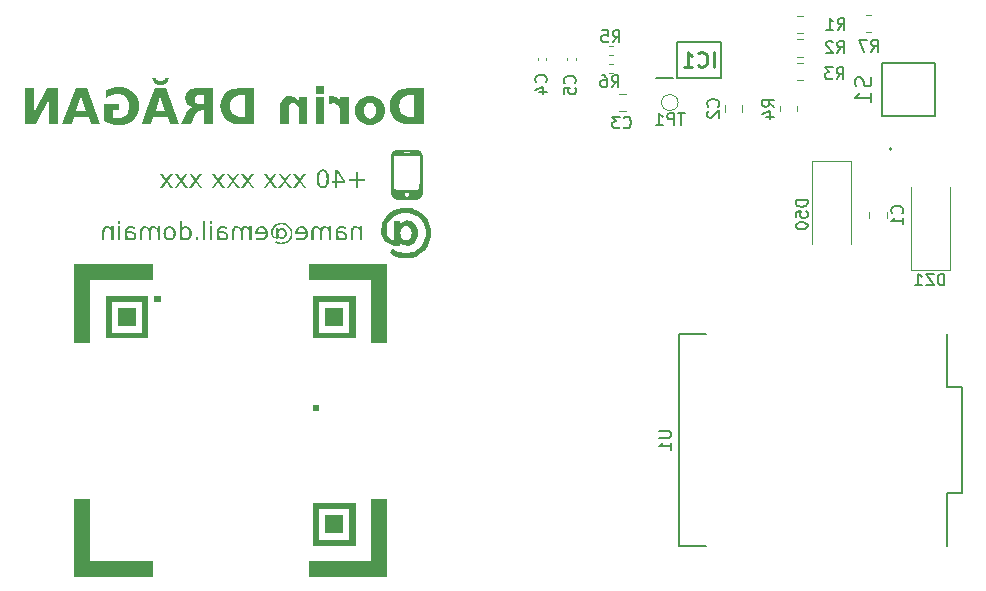
<source format=gbr>
%TF.GenerationSoftware,KiCad,Pcbnew,9.0.5*%
%TF.CreationDate,2025-11-23T18:29:56+02:00*%
%TF.ProjectId,Business_Card,42757369-6e65-4737-935f-436172642e6b,rev?*%
%TF.SameCoordinates,Original*%
%TF.FileFunction,Legend,Bot*%
%TF.FilePolarity,Positive*%
%FSLAX46Y46*%
G04 Gerber Fmt 4.6, Leading zero omitted, Abs format (unit mm)*
G04 Created by KiCad (PCBNEW 9.0.5) date 2025-11-23 18:29:56*
%MOMM*%
%LPD*%
G01*
G04 APERTURE LIST*
%ADD10C,0.000000*%
%ADD11C,0.750000*%
%ADD12C,0.300000*%
%ADD13C,0.187500*%
%ADD14C,0.150000*%
%ADD15C,0.254000*%
%ADD16C,0.127000*%
%ADD17C,0.200000*%
%ADD18C,0.120000*%
G04 APERTURE END LIST*
D10*
G36*
X97165864Y-109781129D02*
G01*
X97165864Y-110442587D01*
X94520030Y-110442587D01*
X91874196Y-110442587D01*
X91874196Y-113088421D01*
X91874199Y-115734254D01*
X91212739Y-115734254D01*
X90551280Y-115734254D01*
X90551280Y-112426962D01*
X90551280Y-109119670D01*
X93858574Y-109119670D01*
X97165864Y-109119670D01*
X97165864Y-109781129D01*
G37*
G36*
X113331904Y-131119775D02*
G01*
X113331904Y-131900296D01*
X112564613Y-131900296D01*
X111797322Y-131900296D01*
X111797322Y-131119775D01*
X111797322Y-130339255D01*
X112564613Y-130339255D01*
X113331904Y-130339255D01*
X113331904Y-131119775D01*
G37*
G36*
X96795445Y-115390295D02*
G01*
X94996278Y-115390295D01*
X93197111Y-115390295D01*
X93197111Y-113577900D01*
X93197111Y-112294671D01*
X93699821Y-112294671D01*
X93699821Y-113591129D01*
X93699821Y-114887587D01*
X94996281Y-114887587D01*
X96292738Y-114887587D01*
X96292738Y-113591129D01*
X96292738Y-112294671D01*
X94996281Y-112294671D01*
X93699821Y-112294671D01*
X93197111Y-112294671D01*
X93197111Y-111765504D01*
X94996278Y-111765504D01*
X96795445Y-111765504D01*
X96795445Y-113577900D01*
X96795445Y-113591129D01*
X96795445Y-115390295D01*
G37*
G36*
X93726283Y-132403006D02*
G01*
X93726277Y-132403006D01*
X93726277Y-132402995D01*
X93726283Y-132402995D01*
X93726283Y-132403006D01*
G37*
G36*
X104574205Y-116924880D02*
G01*
X104574200Y-116924880D01*
X104574200Y-116924879D01*
X104574205Y-116924879D01*
X104574205Y-116924880D01*
G37*
G36*
X106108784Y-132403006D02*
G01*
X106108780Y-132403006D01*
X106108780Y-132402997D01*
X106108784Y-132402997D01*
X106108784Y-132403006D01*
G37*
G36*
X104045034Y-129836548D02*
G01*
X104045030Y-129836548D01*
X104045030Y-129836539D01*
X104045034Y-129836539D01*
X104045034Y-129836548D01*
G37*
G36*
X117009613Y-112426962D02*
G01*
X117009613Y-115734254D01*
X116348154Y-115734254D01*
X115686696Y-115734254D01*
X115686696Y-113088421D01*
X115686696Y-110442587D01*
X113040863Y-110442587D01*
X110395028Y-110442587D01*
X110395028Y-109781129D01*
X110395028Y-109119670D01*
X113702321Y-109119670D01*
X117009613Y-109119670D01*
X117009613Y-112426962D01*
G37*
G36*
X95790031Y-113564670D02*
G01*
X95790031Y-114331962D01*
X95009510Y-114331962D01*
X94228990Y-114331962D01*
X94228990Y-113564670D01*
X94228990Y-112797379D01*
X95009510Y-112797379D01*
X95790031Y-112797379D01*
X95790031Y-113564670D01*
G37*
G36*
X119675922Y-99437544D02*
G01*
X119699805Y-99449017D01*
X119722307Y-99460423D01*
X119743521Y-99471839D01*
X119763542Y-99483341D01*
X119782464Y-99495006D01*
X119800382Y-99506911D01*
X119817390Y-99519132D01*
X119833583Y-99531746D01*
X119849055Y-99544830D01*
X119863901Y-99558460D01*
X119878214Y-99572713D01*
X119892091Y-99587666D01*
X119905624Y-99603395D01*
X119918909Y-99619977D01*
X119932039Y-99637488D01*
X119945110Y-99656006D01*
X119965253Y-99684891D01*
X119974327Y-99698068D01*
X119982768Y-99710919D01*
X119990598Y-99723833D01*
X119997840Y-99737199D01*
X120004516Y-99751405D01*
X120010651Y-99766839D01*
X120016265Y-99783892D01*
X120021384Y-99802950D01*
X120026029Y-99824403D01*
X120030223Y-99848640D01*
X120033989Y-99876048D01*
X120037350Y-99907017D01*
X120040330Y-99941936D01*
X120042950Y-99981192D01*
X120045234Y-100025175D01*
X120047205Y-100074274D01*
X120048885Y-100128876D01*
X120050298Y-100189370D01*
X120052413Y-100329591D01*
X120053732Y-100498046D01*
X120054440Y-100697843D01*
X120054718Y-100932091D01*
X120054721Y-101516380D01*
X120053732Y-102534714D01*
X120050298Y-102843389D01*
X120042950Y-103051567D01*
X120030223Y-103184120D01*
X120021384Y-103229809D01*
X120010651Y-103265920D01*
X119982768Y-103321840D01*
X119945110Y-103376753D01*
X119932039Y-103395271D01*
X119918909Y-103412783D01*
X119905624Y-103429365D01*
X119892091Y-103445094D01*
X119878215Y-103460046D01*
X119863901Y-103474299D01*
X119849055Y-103487929D01*
X119833583Y-103501013D01*
X119817391Y-103513627D01*
X119800382Y-103525848D01*
X119782465Y-103537753D01*
X119763542Y-103549418D01*
X119743521Y-103560920D01*
X119722307Y-103572336D01*
X119699806Y-103583742D01*
X119675922Y-103595215D01*
X119580393Y-103639986D01*
X118747606Y-103642686D01*
X118418788Y-103642625D01*
X118139115Y-103640464D01*
X117938185Y-103636575D01*
X117876497Y-103634098D01*
X117845594Y-103631329D01*
X117817919Y-103624933D01*
X117790450Y-103617047D01*
X117763255Y-103607719D01*
X117736406Y-103596997D01*
X117709973Y-103584926D01*
X117684026Y-103571556D01*
X117658637Y-103556932D01*
X117633875Y-103541103D01*
X117609811Y-103524116D01*
X117586516Y-103506018D01*
X117564059Y-103486856D01*
X117542512Y-103466678D01*
X117521944Y-103445532D01*
X117502426Y-103423464D01*
X117484029Y-103400522D01*
X117466824Y-103376753D01*
X117446681Y-103347868D01*
X117437607Y-103334691D01*
X117429166Y-103321840D01*
X117421336Y-103308926D01*
X117414094Y-103295561D01*
X117407418Y-103281355D01*
X117401283Y-103265920D01*
X117395669Y-103248868D01*
X117390550Y-103229809D01*
X117386191Y-103209677D01*
X118530644Y-103209677D01*
X118530909Y-103225142D01*
X118532504Y-103240400D01*
X118535396Y-103255370D01*
X118539550Y-103269971D01*
X118544932Y-103284125D01*
X118551506Y-103297750D01*
X118559239Y-103310767D01*
X118568096Y-103323096D01*
X118578042Y-103334655D01*
X118589044Y-103345367D01*
X118594930Y-103350379D01*
X118601066Y-103355149D01*
X118607449Y-103359667D01*
X118614075Y-103363923D01*
X118620938Y-103367906D01*
X118628035Y-103371608D01*
X118640012Y-103377399D01*
X118650995Y-103382420D01*
X118661127Y-103386672D01*
X118670553Y-103390155D01*
X118679417Y-103392871D01*
X118687865Y-103394818D01*
X118691979Y-103395505D01*
X118696042Y-103395999D01*
X118700073Y-103396302D01*
X118704091Y-103396414D01*
X118708113Y-103396334D01*
X118712158Y-103396062D01*
X118716244Y-103395600D01*
X118720388Y-103394946D01*
X118728924Y-103393064D01*
X118737912Y-103390419D01*
X118747497Y-103387010D01*
X118757823Y-103382838D01*
X118769035Y-103377904D01*
X118781278Y-103372208D01*
X118796512Y-103364179D01*
X118810437Y-103355231D01*
X118823069Y-103345439D01*
X118834426Y-103334882D01*
X118844526Y-103323636D01*
X118853386Y-103311778D01*
X118861024Y-103299385D01*
X118867457Y-103286535D01*
X118872702Y-103273304D01*
X118876778Y-103259769D01*
X118879701Y-103246008D01*
X118881490Y-103232098D01*
X118882162Y-103218114D01*
X118881734Y-103204136D01*
X118880224Y-103190239D01*
X118877649Y-103176501D01*
X118874027Y-103162998D01*
X118869376Y-103149808D01*
X118863712Y-103137008D01*
X118857054Y-103124675D01*
X118849419Y-103112886D01*
X118840825Y-103101718D01*
X118831289Y-103091248D01*
X118820828Y-103081552D01*
X118809461Y-103072709D01*
X118797204Y-103064795D01*
X118784075Y-103057887D01*
X118770092Y-103052062D01*
X118755272Y-103047398D01*
X118739633Y-103043971D01*
X118723192Y-103041858D01*
X118705967Y-103041137D01*
X118690592Y-103041654D01*
X118675760Y-103043196D01*
X118661494Y-103045744D01*
X118647818Y-103049282D01*
X118634756Y-103053794D01*
X118622329Y-103059262D01*
X118610563Y-103065670D01*
X118599479Y-103073000D01*
X118589101Y-103081236D01*
X118579453Y-103090361D01*
X118570557Y-103100358D01*
X118562437Y-103111210D01*
X118555116Y-103122901D01*
X118548618Y-103135413D01*
X118542964Y-103148730D01*
X118538180Y-103162834D01*
X118536031Y-103170630D01*
X118534245Y-103178443D01*
X118532818Y-103186264D01*
X118531745Y-103194084D01*
X118531022Y-103201891D01*
X118530644Y-103209677D01*
X117386191Y-103209677D01*
X117385905Y-103208356D01*
X117381711Y-103184120D01*
X117377945Y-103156711D01*
X117374584Y-103125742D01*
X117371604Y-103090823D01*
X117368984Y-103051567D01*
X117366700Y-103007584D01*
X117364729Y-102958486D01*
X117363049Y-102903884D01*
X117361636Y-102843389D01*
X117359521Y-102703168D01*
X117358202Y-102534714D01*
X117357494Y-102334917D01*
X117357216Y-102100668D01*
X117357213Y-101516380D01*
X117357380Y-101344076D01*
X117640000Y-101344076D01*
X117640596Y-102128212D01*
X117644366Y-102540192D01*
X117648370Y-102645781D01*
X117654281Y-102705321D01*
X117662471Y-102734474D01*
X117673311Y-102748904D01*
X117676366Y-102751866D01*
X117679541Y-102754646D01*
X117683012Y-102757251D01*
X117686957Y-102759687D01*
X117689161Y-102760843D01*
X117691551Y-102761959D01*
X117694146Y-102763036D01*
X117696971Y-102764073D01*
X117700046Y-102765073D01*
X117703393Y-102766035D01*
X117710995Y-102767850D01*
X117719952Y-102769524D01*
X117730440Y-102771063D01*
X117742638Y-102772472D01*
X117756720Y-102773758D01*
X117772863Y-102774925D01*
X117791245Y-102775980D01*
X117812040Y-102776927D01*
X117835427Y-102777774D01*
X117861581Y-102778525D01*
X117890678Y-102779187D01*
X117922896Y-102779765D01*
X117958411Y-102780264D01*
X118040036Y-102781050D01*
X118136965Y-102781591D01*
X118250611Y-102781933D01*
X118382386Y-102782120D01*
X118705967Y-102782216D01*
X119274969Y-102781591D01*
X119576507Y-102777774D01*
X119655214Y-102773758D01*
X119700939Y-102767850D01*
X119724978Y-102759687D01*
X119738623Y-102748904D01*
X119741602Y-102745821D01*
X119744398Y-102742551D01*
X119745729Y-102740770D01*
X119747017Y-102738850D01*
X119748261Y-102736762D01*
X119749464Y-102734474D01*
X119750625Y-102731957D01*
X119751745Y-102729178D01*
X119752826Y-102726108D01*
X119753867Y-102722717D01*
X119754870Y-102718973D01*
X119755835Y-102714846D01*
X119756762Y-102710306D01*
X119757654Y-102705321D01*
X119759331Y-102693897D01*
X119760871Y-102680328D01*
X119762281Y-102664371D01*
X119763565Y-102645781D01*
X119764730Y-102624313D01*
X119765782Y-102599722D01*
X119766726Y-102571763D01*
X119767568Y-102540192D01*
X119768315Y-102504764D01*
X119768971Y-102465234D01*
X119769543Y-102421357D01*
X119770036Y-102372890D01*
X119770809Y-102261202D01*
X119771338Y-102128212D01*
X119771669Y-101971962D01*
X119771847Y-101790495D01*
X119771934Y-101344076D01*
X119771934Y-99972559D01*
X119736875Y-99940830D01*
X119733669Y-99938059D01*
X119730253Y-99935454D01*
X119726460Y-99933010D01*
X119722123Y-99930722D01*
X119717077Y-99928584D01*
X119711156Y-99926592D01*
X119704193Y-99924740D01*
X119696023Y-99923023D01*
X119686480Y-99921437D01*
X119675397Y-99919975D01*
X119662609Y-99918633D01*
X119647948Y-99917406D01*
X119631250Y-99916289D01*
X119612349Y-99915276D01*
X119591077Y-99914363D01*
X119567270Y-99913544D01*
X119540761Y-99912814D01*
X119511383Y-99912169D01*
X119443360Y-99911109D01*
X119361873Y-99910325D01*
X119265592Y-99909775D01*
X119153189Y-99909419D01*
X119023337Y-99909215D01*
X118705967Y-99909101D01*
X118146343Y-99909775D01*
X117844665Y-99913544D01*
X117763986Y-99917406D01*
X117715911Y-99923023D01*
X117689812Y-99930722D01*
X117675060Y-99940830D01*
X117640000Y-99972559D01*
X117640000Y-101344076D01*
X117357380Y-101344076D01*
X117358202Y-100498046D01*
X117361636Y-100189370D01*
X117368984Y-99981192D01*
X117369813Y-99972559D01*
X117381711Y-99848640D01*
X117390550Y-99802950D01*
X117401283Y-99766839D01*
X117429166Y-99710919D01*
X117466824Y-99656006D01*
X117468351Y-99653842D01*
X118475012Y-99653842D01*
X118475023Y-99657439D01*
X118475220Y-99660956D01*
X118475607Y-99664363D01*
X118476187Y-99667634D01*
X118476964Y-99670741D01*
X118477942Y-99673657D01*
X118480586Y-99677370D01*
X118485477Y-99680844D01*
X118492464Y-99684079D01*
X118501399Y-99687074D01*
X118524510Y-99692344D01*
X118553613Y-99696657D01*
X118587508Y-99700011D01*
X118624997Y-99702407D01*
X118664883Y-99703845D01*
X118705968Y-99704324D01*
X118747052Y-99703845D01*
X118786938Y-99702407D01*
X118824427Y-99700011D01*
X118858322Y-99696657D01*
X118887425Y-99692344D01*
X118910536Y-99687074D01*
X118919471Y-99684079D01*
X118926458Y-99680844D01*
X118931349Y-99677370D01*
X118933994Y-99673657D01*
X118934971Y-99670741D01*
X118935748Y-99667634D01*
X118936328Y-99664363D01*
X118936715Y-99660956D01*
X118936912Y-99657439D01*
X118936922Y-99653842D01*
X118936749Y-99650192D01*
X118936396Y-99646516D01*
X118935867Y-99642843D01*
X118935163Y-99639199D01*
X118934290Y-99635614D01*
X118933251Y-99632114D01*
X118932047Y-99628727D01*
X118930684Y-99625482D01*
X118929165Y-99622405D01*
X118927491Y-99619526D01*
X118924078Y-99615903D01*
X118918646Y-99612513D01*
X118902262Y-99606436D01*
X118879417Y-99601294D01*
X118851188Y-99597087D01*
X118818652Y-99593814D01*
X118782885Y-99591477D01*
X118744965Y-99590074D01*
X118705967Y-99589607D01*
X118666970Y-99590074D01*
X118629050Y-99591477D01*
X118593283Y-99593814D01*
X118560747Y-99597087D01*
X118532518Y-99601294D01*
X118509673Y-99606436D01*
X118493289Y-99612513D01*
X118487856Y-99615903D01*
X118484443Y-99619526D01*
X118482770Y-99622405D01*
X118481250Y-99625482D01*
X118479887Y-99628727D01*
X118478684Y-99632114D01*
X118477644Y-99635614D01*
X118476771Y-99639199D01*
X118476068Y-99642843D01*
X118475538Y-99646516D01*
X118475185Y-99650192D01*
X118475012Y-99653842D01*
X117468351Y-99653842D01*
X117479895Y-99637488D01*
X117493025Y-99619977D01*
X117506310Y-99603395D01*
X117519843Y-99587666D01*
X117533719Y-99572713D01*
X117548033Y-99558460D01*
X117562879Y-99544830D01*
X117578351Y-99531746D01*
X117594544Y-99519132D01*
X117611552Y-99506911D01*
X117629470Y-99495006D01*
X117648392Y-99483341D01*
X117668413Y-99471839D01*
X117689627Y-99460423D01*
X117712129Y-99449017D01*
X117736013Y-99437544D01*
X117831541Y-99392773D01*
X118705967Y-99392773D01*
X119580393Y-99392773D01*
X119675922Y-99437544D01*
G37*
G36*
X98356495Y-114861130D02*
G01*
X98356492Y-114861130D01*
X98356492Y-114861128D01*
X98356495Y-114861128D01*
X98356495Y-114861130D01*
G37*
G36*
X93726283Y-128804669D02*
G01*
X93726277Y-128804669D01*
X93726277Y-128804662D01*
X93726283Y-128804662D01*
X93726283Y-128804669D01*
G37*
G36*
X97853779Y-112016858D02*
G01*
X97853779Y-112268212D01*
X97589195Y-112268212D01*
X97324611Y-112268212D01*
X97324611Y-112016858D01*
X97324611Y-111765504D01*
X97589195Y-111765504D01*
X97853779Y-111765504D01*
X97853779Y-112016858D01*
G37*
G36*
X107140660Y-115893005D02*
G01*
X107140658Y-115893005D01*
X107140658Y-115893003D01*
X107140660Y-115893003D01*
X107140660Y-115893005D01*
G37*
G36*
X101452124Y-117956755D02*
G01*
X101452119Y-117956755D01*
X101452119Y-117956753D01*
X101452124Y-117956753D01*
X101452124Y-117956755D01*
G37*
G36*
X109204406Y-115363837D02*
G01*
X109204405Y-115363837D01*
X109204405Y-115363836D01*
X109204406Y-115363836D01*
X109204406Y-115363837D01*
G37*
G36*
X98885667Y-124148010D02*
G01*
X98885646Y-124148010D01*
X98885646Y-124148000D01*
X98885667Y-124148000D01*
X98885667Y-124148010D01*
G37*
G36*
X99917543Y-116924879D02*
G01*
X99917540Y-116924879D01*
X99917540Y-116924878D01*
X99917543Y-116924878D01*
X99917543Y-116924879D01*
G37*
G36*
X111268155Y-121303731D02*
G01*
X111268155Y-121555084D01*
X111016801Y-121555084D01*
X110765448Y-121555084D01*
X110765448Y-121303731D01*
X110765448Y-121052377D01*
X111016801Y-121052377D01*
X111268155Y-121052377D01*
X111268155Y-121303731D01*
G37*
G36*
X114363780Y-132932170D02*
G01*
X112551384Y-132932170D01*
X110738987Y-132932170D01*
X110738987Y-131133005D01*
X110738987Y-129836546D01*
X111241696Y-129836546D01*
X111241696Y-131133005D01*
X111241696Y-132429463D01*
X112538154Y-132429463D01*
X113834613Y-132429463D01*
X113834613Y-131133005D01*
X113834613Y-129836546D01*
X112538154Y-129836546D01*
X111241696Y-129836546D01*
X110738987Y-129836546D01*
X110738987Y-129333838D01*
X112551384Y-129333838D01*
X114363779Y-129333838D01*
X114363779Y-131133005D01*
X114363780Y-132932170D01*
G37*
G36*
X105076909Y-130339255D02*
G01*
X105076904Y-130339255D01*
X105076904Y-130339246D01*
X105076909Y-130339246D01*
X105076909Y-130339255D01*
G37*
G36*
X97324623Y-131900296D02*
G01*
X97324608Y-131900296D01*
X97324608Y-131900287D01*
X97324623Y-131900287D01*
X97324623Y-131900296D01*
G37*
G36*
X114363780Y-115390295D02*
G01*
X112551384Y-115390295D01*
X110738987Y-115390295D01*
X110738987Y-113577900D01*
X110738987Y-112294671D01*
X111241696Y-112294671D01*
X111241696Y-113591129D01*
X111241696Y-114887587D01*
X112538154Y-114887587D01*
X113834613Y-114887587D01*
X113834613Y-113591129D01*
X113834613Y-112294671D01*
X112538154Y-112294671D01*
X111241696Y-112294671D01*
X110738987Y-112294671D01*
X110738987Y-111765504D01*
X112551384Y-111765504D01*
X114363779Y-111765504D01*
X114363779Y-113577900D01*
X114363779Y-113591129D01*
X114363780Y-115390295D01*
G37*
G36*
X91874192Y-131609254D02*
G01*
X91874192Y-134255087D01*
X94520027Y-134255087D01*
X97165861Y-134255087D01*
X97165861Y-134916547D01*
X97165861Y-135578003D01*
X93858571Y-135578003D01*
X90551274Y-135578003D01*
X90551274Y-132270712D01*
X90551274Y-128963420D01*
X91212733Y-128963420D01*
X91874192Y-128963420D01*
X91874192Y-131609254D01*
G37*
G36*
X93726283Y-127243633D02*
G01*
X93726271Y-127243633D01*
X93726271Y-127243620D01*
X93726283Y-127243620D01*
X93726283Y-127243633D01*
G37*
G36*
X113331904Y-113564670D02*
G01*
X113331904Y-114331962D01*
X112564613Y-114331962D01*
X111797322Y-114331962D01*
X111797322Y-113564670D01*
X111797322Y-112797379D01*
X112564613Y-112797379D01*
X113331904Y-112797379D01*
X113331904Y-113564670D01*
G37*
G36*
X101452115Y-114331962D02*
G01*
X101452111Y-114331962D01*
X101452111Y-114331961D01*
X101452115Y-114331961D01*
X101452115Y-114331962D01*
G37*
G36*
X95790034Y-117956754D02*
G01*
X95790028Y-117956754D01*
X95790028Y-117956753D01*
X95790034Y-117956753D01*
X95790034Y-117956754D01*
G37*
G36*
X117009613Y-132270712D02*
G01*
X117009613Y-135578006D01*
X113702321Y-135578006D01*
X110395028Y-135578006D01*
X110395028Y-134916547D01*
X110395028Y-134255087D01*
X113040863Y-134255087D01*
X115686696Y-134255087D01*
X115686696Y-131609254D01*
X115686696Y-128963420D01*
X116348154Y-128963420D01*
X117009613Y-128963420D01*
X117009613Y-132270712D01*
G37*
D11*
G36*
X118881955Y-104330415D02*
G01*
X119158197Y-104384458D01*
X119429071Y-104474957D01*
X119686270Y-104598934D01*
X119919495Y-104751640D01*
X120130902Y-104934011D01*
X120316349Y-105144060D01*
X120470525Y-105374554D01*
X120594658Y-105627508D01*
X120684877Y-105894546D01*
X120739057Y-106170378D01*
X120757294Y-106457354D01*
X120739099Y-106755474D01*
X120685528Y-107036401D01*
X120597223Y-107302800D01*
X120474132Y-107554552D01*
X120319197Y-107784623D01*
X120130902Y-107995015D01*
X119916543Y-108178979D01*
X119684413Y-108330303D01*
X119432704Y-108450436D01*
X119167377Y-108537031D01*
X118889998Y-108589374D01*
X118598156Y-108607088D01*
X118357974Y-108593458D01*
X118119800Y-108552490D01*
X117882219Y-108483562D01*
X117653244Y-108389217D01*
X117436423Y-108270806D01*
X117230610Y-108127517D01*
X117486424Y-107745399D01*
X117635162Y-107860519D01*
X117805728Y-107960409D01*
X118000616Y-108044810D01*
X118203656Y-108106986D01*
X118404025Y-108143625D01*
X118603072Y-108155727D01*
X118834892Y-108141802D01*
X119054586Y-108100711D01*
X119264084Y-108032842D01*
X119462830Y-107938496D01*
X119645265Y-107819880D01*
X119812898Y-107675942D01*
X119961669Y-107508230D01*
X120084450Y-107325368D01*
X120182407Y-107125846D01*
X120252977Y-106914845D01*
X120295714Y-106693063D01*
X120310207Y-106458422D01*
X120288001Y-106175422D01*
X120222338Y-105908920D01*
X120112950Y-105655291D01*
X119963921Y-105422900D01*
X119781071Y-105222010D01*
X119561786Y-105050057D01*
X119337714Y-104926583D01*
X119093114Y-104836558D01*
X118835313Y-104782121D01*
X118562466Y-104763682D01*
X118301253Y-104781496D01*
X118056282Y-104833932D01*
X117824731Y-104920547D01*
X117609231Y-105040442D01*
X117420793Y-105188741D01*
X117256897Y-105366993D01*
X117133552Y-105549416D01*
X117046604Y-105748256D01*
X116994854Y-105961224D01*
X116977147Y-106193419D01*
X116997753Y-106436887D01*
X117055515Y-106638067D01*
X117147049Y-106805064D01*
X117274533Y-106942923D01*
X117427925Y-107036563D01*
X117613155Y-107088874D01*
X117613155Y-106462910D01*
X118160687Y-106462910D01*
X118176445Y-106651375D01*
X118219853Y-106801110D01*
X118287418Y-106920041D01*
X118382167Y-107014354D01*
X118493416Y-107069758D01*
X118626794Y-107088874D01*
X118761922Y-107069770D01*
X118873589Y-107014659D01*
X118967665Y-106921324D01*
X119034382Y-106803123D01*
X119077431Y-106653080D01*
X119093114Y-106462910D01*
X119077495Y-106276113D01*
X119034509Y-106128027D01*
X118967665Y-106010695D01*
X118873800Y-105917710D01*
X118763663Y-105863067D01*
X118631709Y-105844213D01*
X118496411Y-105863172D01*
X118383985Y-105917942D01*
X118288701Y-106010695D01*
X118220407Y-106128220D01*
X118176589Y-106276308D01*
X118160687Y-106462910D01*
X117613155Y-106462910D01*
X117613155Y-105447562D01*
X118112815Y-105447562D01*
X118112815Y-105760651D01*
X118170660Y-105653355D01*
X118247057Y-105563896D01*
X118343625Y-105490305D01*
X118512994Y-105418020D01*
X118715271Y-105392852D01*
X118913704Y-105412206D01*
X119088012Y-105468174D01*
X119243169Y-105560246D01*
X119382481Y-105691408D01*
X119492644Y-105846987D01*
X119572890Y-106025268D01*
X119623034Y-106230435D01*
X119640646Y-106467826D01*
X119623098Y-106705201D01*
X119573162Y-106910128D01*
X119493307Y-107087977D01*
X119383763Y-107242961D01*
X119245164Y-107373325D01*
X119090093Y-107465023D01*
X118915157Y-107520883D01*
X118715271Y-107540235D01*
X118512884Y-107515479D01*
X118343625Y-107444492D01*
X118247066Y-107371813D01*
X118170676Y-107283077D01*
X118112815Y-107176283D01*
X118112815Y-107550279D01*
X118019637Y-107550279D01*
X117729734Y-107533801D01*
X117480101Y-107487215D01*
X117265014Y-107413788D01*
X117079572Y-107315328D01*
X116919872Y-107192097D01*
X116783010Y-107041871D01*
X116675699Y-106869934D01*
X116596891Y-106673148D01*
X116547440Y-106447193D01*
X116530061Y-106186794D01*
X116553324Y-105891312D01*
X116622171Y-105612548D01*
X116735605Y-105349729D01*
X116893586Y-105105195D01*
X117106139Y-104868379D01*
X117348984Y-104673025D01*
X117625123Y-104516631D01*
X117922891Y-104404516D01*
X118245735Y-104335881D01*
X118598156Y-104312321D01*
X118881955Y-104330415D01*
G37*
D12*
G36*
X120124767Y-97239076D02*
G01*
X119292754Y-97239076D01*
X118829153Y-97225405D01*
X118493966Y-97189877D01*
X118259973Y-97139791D01*
X118039289Y-97057164D01*
X117843498Y-96944999D01*
X117669577Y-96802552D01*
X117537687Y-96656478D01*
X117431607Y-96497474D01*
X117349924Y-96324081D01*
X117293115Y-96140157D01*
X117257666Y-95935152D01*
X117245327Y-95706024D01*
X118059023Y-95706024D01*
X118077041Y-95933219D01*
X118127363Y-96120227D01*
X118206540Y-96274532D01*
X118314195Y-96401750D01*
X118447644Y-96501589D01*
X118610856Y-96576111D01*
X118810024Y-96623951D01*
X119052969Y-96641169D01*
X119335802Y-96641169D01*
X119335802Y-94777108D01*
X119052969Y-94777108D01*
X118808728Y-94794246D01*
X118609086Y-94841794D01*
X118446052Y-94915707D01*
X118313279Y-95014512D01*
X118206040Y-95140643D01*
X118127152Y-95293867D01*
X118076992Y-95479821D01*
X118059023Y-95706024D01*
X117245327Y-95706024D01*
X117257629Y-95479749D01*
X117293043Y-95276467D01*
X117349924Y-95093280D01*
X117431561Y-94920475D01*
X117537632Y-94761767D01*
X117669577Y-94615724D01*
X117842062Y-94473214D01*
X118036096Y-94361134D01*
X118254661Y-94278669D01*
X118486956Y-94228638D01*
X118823378Y-94192975D01*
X119292754Y-94179201D01*
X120124767Y-94179201D01*
X120124767Y-97239076D01*
G37*
G36*
X115821410Y-94897110D02*
G01*
X116030660Y-94938263D01*
X116212693Y-95003538D01*
X116371365Y-95091727D01*
X116509668Y-95203006D01*
X116627236Y-95336837D01*
X116719519Y-95489322D01*
X116787297Y-95663149D01*
X116829793Y-95861957D01*
X116844708Y-96090157D01*
X116829793Y-96318357D01*
X116787297Y-96517165D01*
X116719519Y-96690993D01*
X116627236Y-96843477D01*
X116509668Y-96977308D01*
X116371365Y-97088588D01*
X116212693Y-97176776D01*
X116030660Y-97242051D01*
X115821410Y-97283204D01*
X115580385Y-97297694D01*
X115340204Y-97283202D01*
X115131790Y-97242051D01*
X114950569Y-97176783D01*
X114792681Y-97088601D01*
X114655132Y-96977308D01*
X114538350Y-96843586D01*
X114446626Y-96691162D01*
X114379223Y-96517336D01*
X114336948Y-96318470D01*
X114322107Y-96090157D01*
X115086526Y-96090157D01*
X115102935Y-96307125D01*
X115147051Y-96471571D01*
X115213654Y-96595007D01*
X115309747Y-96691531D01*
X115429453Y-96749611D01*
X115580385Y-96770129D01*
X115734175Y-96749512D01*
X115855562Y-96691325D01*
X115952428Y-96595007D01*
X116019540Y-96471498D01*
X116063958Y-96307049D01*
X116080472Y-96090157D01*
X116063958Y-95873265D01*
X116019540Y-95708816D01*
X115952428Y-95585307D01*
X115855562Y-95488989D01*
X115734175Y-95430802D01*
X115580385Y-95410185D01*
X115429453Y-95430703D01*
X115309747Y-95488783D01*
X115213654Y-95585307D01*
X115147051Y-95708743D01*
X115102935Y-95873190D01*
X115086526Y-96090157D01*
X114322107Y-96090157D01*
X114336948Y-95861844D01*
X114379223Y-95662978D01*
X114446626Y-95489152D01*
X114538350Y-95336728D01*
X114655132Y-95203006D01*
X114792681Y-95091713D01*
X114950569Y-95003531D01*
X115131790Y-94938263D01*
X115340204Y-94897112D01*
X115580385Y-94882621D01*
X115821410Y-94897110D01*
G37*
G36*
X112083621Y-95574316D02*
G01*
X112180813Y-95532186D01*
X112275230Y-95503425D01*
X112466838Y-95480527D01*
X112605908Y-95492999D01*
X112722135Y-95528208D01*
X112819953Y-95584552D01*
X112902445Y-95662793D01*
X112983244Y-95792844D01*
X113035725Y-95963109D01*
X113055036Y-96185045D01*
X113055036Y-97239076D01*
X113788681Y-97239076D01*
X113788681Y-94941239D01*
X113055036Y-94941239D01*
X113055036Y-95316396D01*
X112951697Y-95173977D01*
X112843580Y-95065614D01*
X112730254Y-94986485D01*
X112603988Y-94930182D01*
X112458698Y-94894985D01*
X112290617Y-94882621D01*
X112210750Y-94885918D01*
X112085636Y-94900023D01*
X112083621Y-95574316D01*
G37*
G36*
X111719455Y-94941239D02*
G01*
X110985811Y-94941239D01*
X110985811Y-97239076D01*
X111719455Y-97239076D01*
X111719455Y-94941239D01*
G37*
G36*
X111719455Y-94050241D02*
G01*
X110985811Y-94050241D01*
X110985811Y-94648147D01*
X111719455Y-94648147D01*
X111719455Y-94050241D01*
G37*
G36*
X107972831Y-95834984D02*
G01*
X107972831Y-97239076D01*
X108710505Y-97239076D01*
X108710505Y-97010647D01*
X108710505Y-96164529D01*
X108723878Y-95752736D01*
X108743822Y-95647938D01*
X108769856Y-95586040D01*
X108820599Y-95521879D01*
X108886727Y-95473749D01*
X108964472Y-95443952D01*
X109054888Y-95433632D01*
X109198936Y-95454012D01*
X109317012Y-95512627D01*
X109415573Y-95611685D01*
X109485034Y-95737073D01*
X109530188Y-95898292D01*
X109546732Y-96104812D01*
X109546732Y-97239076D01*
X110280376Y-97239076D01*
X110280376Y-94941239D01*
X109546732Y-94941239D01*
X109546732Y-95269501D01*
X109429457Y-95144617D01*
X109312189Y-95048191D01*
X109194289Y-94976776D01*
X109067034Y-94924909D01*
X108930360Y-94893388D01*
X108782313Y-94882621D01*
X108585868Y-94899598D01*
X108423958Y-94947179D01*
X108289894Y-95022629D01*
X108178911Y-95126436D01*
X108093890Y-95252311D01*
X108029585Y-95407965D01*
X107987911Y-95599648D01*
X107972831Y-95834984D01*
G37*
G36*
X105798459Y-97239076D02*
G01*
X104966446Y-97239076D01*
X104502844Y-97225405D01*
X104167657Y-97189877D01*
X103933665Y-97139791D01*
X103712981Y-97057164D01*
X103517190Y-96944999D01*
X103343269Y-96802552D01*
X103211379Y-96656478D01*
X103105298Y-96497474D01*
X103023616Y-96324081D01*
X102966807Y-96140157D01*
X102931357Y-95935152D01*
X102919019Y-95706024D01*
X103732714Y-95706024D01*
X103750733Y-95933219D01*
X103801054Y-96120227D01*
X103880232Y-96274532D01*
X103987887Y-96401750D01*
X104121335Y-96501589D01*
X104284548Y-96576111D01*
X104483715Y-96623951D01*
X104726660Y-96641169D01*
X105009494Y-96641169D01*
X105009494Y-94777108D01*
X104726660Y-94777108D01*
X104482419Y-94794246D01*
X104282777Y-94841794D01*
X104119743Y-94915707D01*
X103986971Y-95014512D01*
X103879732Y-95140643D01*
X103800843Y-95293867D01*
X103750684Y-95479821D01*
X103732714Y-95706024D01*
X102919019Y-95706024D01*
X102931321Y-95479749D01*
X102966734Y-95276467D01*
X103023616Y-95093280D01*
X103105253Y-94920475D01*
X103211323Y-94761767D01*
X103343269Y-94615724D01*
X103515753Y-94473214D01*
X103709788Y-94361134D01*
X103928353Y-94278669D01*
X104160648Y-94228638D01*
X104497070Y-94192975D01*
X104966446Y-94179201D01*
X105798459Y-94179201D01*
X105798459Y-97239076D01*
G37*
G36*
X102313602Y-97239076D02*
G01*
X101524637Y-97239076D01*
X101524637Y-96078433D01*
X101301154Y-96078433D01*
X101175135Y-96088854D01*
X101073963Y-96117677D01*
X100992676Y-96162697D01*
X100923558Y-96226307D01*
X100847706Y-96327261D01*
X100764248Y-96477038D01*
X100391289Y-97239076D01*
X99551032Y-97239076D01*
X99979312Y-96368044D01*
X100117959Y-96123287D01*
X100238515Y-95971089D01*
X100329425Y-95892923D01*
X100425629Y-95837539D01*
X100528492Y-95802928D01*
X100340998Y-95726509D01*
X100196272Y-95630973D01*
X100087023Y-95516980D01*
X100007783Y-95380690D01*
X99958124Y-95217470D01*
X99950944Y-95137427D01*
X100729443Y-95137427D01*
X100743324Y-95271748D01*
X100780338Y-95368205D01*
X100837154Y-95436563D01*
X100914690Y-95483067D01*
X101028868Y-95515075D01*
X101192527Y-95527422D01*
X101524637Y-95527422D01*
X101524637Y-94753660D01*
X101192527Y-94753660D01*
X101028691Y-94765788D01*
X100914527Y-94797189D01*
X100837154Y-94842687D01*
X100780329Y-94909686D01*
X100743330Y-95004659D01*
X100729443Y-95137427D01*
X99950944Y-95137427D01*
X99940478Y-95020740D01*
X99960300Y-94805392D01*
X100015382Y-94632446D01*
X100102324Y-94493102D01*
X100222212Y-94381434D01*
X100364578Y-94301001D01*
X100552174Y-94237548D01*
X100795900Y-94194983D01*
X101108447Y-94179201D01*
X102313602Y-94179201D01*
X102313602Y-97239076D01*
G37*
G36*
X99445519Y-97239076D02*
G01*
X98652524Y-97239076D01*
X98457801Y-96676340D01*
X97224070Y-96676340D01*
X97031362Y-97239076D01*
X96238367Y-97239076D01*
X96655163Y-96113604D01*
X97422822Y-96113604D01*
X98261064Y-96113604D01*
X97840844Y-94896359D01*
X97422822Y-96113604D01*
X96655163Y-96113604D01*
X97371531Y-94179201D01*
X98312172Y-94179201D01*
X99445519Y-97239076D01*
G37*
G36*
X97478324Y-93401463D02*
G01*
X97519591Y-93472909D01*
X97577611Y-93529454D01*
X97691033Y-93584446D01*
X97849087Y-93604742D01*
X98007141Y-93584446D01*
X98120563Y-93529454D01*
X98178583Y-93472909D01*
X98219850Y-93401463D01*
X98244577Y-93311651D01*
X98537669Y-93311651D01*
X98509004Y-93500717D01*
X98444894Y-93648560D01*
X98347159Y-93764294D01*
X98219469Y-93848230D01*
X98056708Y-93901812D01*
X97849087Y-93921281D01*
X97641468Y-93901808D01*
X97478775Y-93848223D01*
X97351198Y-93764294D01*
X97253355Y-93648546D01*
X97189188Y-93500701D01*
X97160505Y-93311651D01*
X97453597Y-93311651D01*
X97478324Y-93401463D01*
G37*
G36*
X93080123Y-97009365D02*
G01*
X93381165Y-97135639D01*
X93692868Y-97225703D01*
X94014156Y-97279533D01*
X94348660Y-97297694D01*
X94657261Y-97278638D01*
X94927674Y-97224269D01*
X95165362Y-97137548D01*
X95374917Y-97019698D01*
X95559860Y-96870147D01*
X95717604Y-96691094D01*
X95840817Y-96489362D01*
X95930844Y-96261738D01*
X95987009Y-96003820D01*
X96006641Y-95710237D01*
X95986594Y-95413264D01*
X95929326Y-95153384D01*
X95837652Y-94924942D01*
X95712284Y-94723327D01*
X95551800Y-94545199D01*
X95364253Y-94397518D01*
X95150222Y-94280565D01*
X94905866Y-94194113D01*
X94626264Y-94139705D01*
X94305612Y-94120583D01*
X94004276Y-94135244D01*
X93720528Y-94178285D01*
X93447255Y-94250342D01*
X93192780Y-94349194D01*
X93192780Y-94988133D01*
X93451788Y-94857643D01*
X93702027Y-94767765D01*
X93956513Y-94713066D01*
X94209258Y-94695042D01*
X94443786Y-94713498D01*
X94638494Y-94765223D01*
X94800654Y-94846868D01*
X94935758Y-94958092D01*
X95042867Y-95096204D01*
X95122199Y-95263356D01*
X95172801Y-95465488D01*
X95190931Y-95710237D01*
X95173446Y-95953170D01*
X95124624Y-96154351D01*
X95048138Y-96321122D01*
X94945101Y-96459269D01*
X94814160Y-96571406D01*
X94657774Y-96653243D01*
X94470794Y-96704863D01*
X94246261Y-96723235D01*
X94017833Y-96708030D01*
X93915653Y-96687775D01*
X93828239Y-96659854D01*
X93828239Y-96066710D01*
X94309825Y-96066710D01*
X94309825Y-95539145D01*
X93080123Y-95539145D01*
X93080123Y-97009365D01*
G37*
G36*
X92748381Y-97239076D02*
G01*
X91955385Y-97239076D01*
X91760662Y-96676340D01*
X90526931Y-96676340D01*
X90334223Y-97239076D01*
X89541228Y-97239076D01*
X89958024Y-96113604D01*
X90725683Y-96113604D01*
X91563925Y-96113604D01*
X91143705Y-94896359D01*
X90725683Y-96113604D01*
X89958024Y-96113604D01*
X90674392Y-94179201D01*
X91615033Y-94179201D01*
X92748381Y-97239076D01*
G37*
G36*
X89133281Y-94179201D02*
G01*
X88251992Y-94179201D01*
X87139160Y-96277919D01*
X87139160Y-94179201D01*
X86391228Y-94179201D01*
X86391228Y-97239076D01*
X87272334Y-97239076D01*
X88385165Y-95140358D01*
X88385165Y-97239076D01*
X89133281Y-97239076D01*
X89133281Y-94179201D01*
G37*
D13*
G36*
X114374721Y-101306026D02*
G01*
X114374721Y-101874623D01*
X113804017Y-101874623D01*
X113804017Y-102050478D01*
X114374721Y-102050478D01*
X114374721Y-102619076D01*
X114546912Y-102619076D01*
X114546912Y-102050478D01*
X115117616Y-102050478D01*
X115117616Y-101874623D01*
X114546912Y-101874623D01*
X114546912Y-101306026D01*
X114374721Y-101306026D01*
G37*
G36*
X113478961Y-102056248D02*
G01*
X113478961Y-102255642D01*
X112788364Y-102255642D01*
X112788364Y-102619076D01*
X112582376Y-102619076D01*
X112582376Y-102255642D01*
X112364114Y-102255642D01*
X112364114Y-102085649D01*
X112582376Y-102085649D01*
X112788364Y-102085649D01*
X113310891Y-102085649D01*
X112788364Y-101269390D01*
X112788364Y-102085649D01*
X112582376Y-102085649D01*
X112582376Y-101089138D01*
X112842677Y-101089138D01*
X113478961Y-102056248D01*
G37*
G36*
X111680219Y-101068478D02*
G01*
X111767870Y-101093262D01*
X111844740Y-101133421D01*
X111912591Y-101189526D01*
X111972379Y-101263436D01*
X112027367Y-101366159D01*
X112069918Y-101495146D01*
X112097909Y-101655868D01*
X112108117Y-101854656D01*
X112097922Y-102052820D01*
X112069950Y-102213209D01*
X112027401Y-102342087D01*
X111972379Y-102444869D01*
X111912596Y-102518741D01*
X111844747Y-102574821D01*
X111767878Y-102614963D01*
X111680225Y-102639739D01*
X111579362Y-102648385D01*
X111478498Y-102639738D01*
X111390854Y-102614961D01*
X111314005Y-102574818D01*
X111246185Y-102518739D01*
X111186436Y-102444869D01*
X111131375Y-102342081D01*
X111088798Y-102213201D01*
X111060808Y-102052814D01*
X111050607Y-101854656D01*
X111257602Y-101854656D01*
X111263899Y-102018428D01*
X111280941Y-102148024D01*
X111306304Y-102249151D01*
X111338111Y-102326900D01*
X111385335Y-102398053D01*
X111440222Y-102445943D01*
X111503933Y-102474408D01*
X111579362Y-102484253D01*
X111654260Y-102474435D01*
X111717665Y-102446014D01*
X111772432Y-102398131D01*
X111819697Y-102326900D01*
X111851466Y-102249156D01*
X111876801Y-102148031D01*
X111893824Y-102018433D01*
X111900114Y-101854656D01*
X111893815Y-101690251D01*
X111876778Y-101560322D01*
X111851441Y-101459092D01*
X111819697Y-101381405D01*
X111772427Y-101310127D01*
X111717657Y-101262217D01*
X111654254Y-101233783D01*
X111579362Y-101223960D01*
X111503940Y-101233809D01*
X111440230Y-101262288D01*
X111385340Y-101310204D01*
X111338111Y-101381405D01*
X111306329Y-101459097D01*
X111280964Y-101560329D01*
X111263908Y-101690256D01*
X111257602Y-101854656D01*
X111050607Y-101854656D01*
X111060820Y-101655875D01*
X111088829Y-101495154D01*
X111131409Y-101366165D01*
X111186436Y-101263436D01*
X111246189Y-101189528D01*
X111314012Y-101133424D01*
X111390862Y-101093265D01*
X111478503Y-101068479D01*
X111579362Y-101059829D01*
X111680219Y-101068478D01*
G37*
G36*
X109092848Y-101470157D02*
G01*
X109507847Y-102029229D01*
X109071324Y-102619076D01*
X109293707Y-102619076D01*
X109627739Y-102167715D01*
X109961772Y-102619076D01*
X110184155Y-102619076D01*
X109738381Y-102017963D01*
X110146236Y-101470157D01*
X109923853Y-101470157D01*
X109619588Y-101879478D01*
X109315231Y-101470157D01*
X109092848Y-101470157D01*
G37*
G36*
X107850140Y-101470157D02*
G01*
X108265139Y-102029229D01*
X107828616Y-102619076D01*
X108050999Y-102619076D01*
X108385032Y-102167715D01*
X108719064Y-102619076D01*
X108941448Y-102619076D01*
X108495674Y-102017963D01*
X108903529Y-101470157D01*
X108681146Y-101470157D01*
X108376880Y-101879478D01*
X108072523Y-101470157D01*
X107850140Y-101470157D01*
G37*
G36*
X106607432Y-101470157D02*
G01*
X107022431Y-102029229D01*
X106585908Y-102619076D01*
X106808292Y-102619076D01*
X107142324Y-102167715D01*
X107476357Y-102619076D01*
X107698740Y-102619076D01*
X107252966Y-102017963D01*
X107660821Y-101470157D01*
X107438438Y-101470157D01*
X107134173Y-101879478D01*
X106829815Y-101470157D01*
X106607432Y-101470157D01*
G37*
G36*
X104697942Y-101470157D02*
G01*
X105112941Y-102029229D01*
X104676418Y-102619076D01*
X104898801Y-102619076D01*
X105232834Y-102167715D01*
X105566866Y-102619076D01*
X105789249Y-102619076D01*
X105343476Y-102017963D01*
X105751331Y-101470157D01*
X105528948Y-101470157D01*
X105224682Y-101879478D01*
X104920325Y-101470157D01*
X104697942Y-101470157D01*
G37*
G36*
X103455234Y-101470157D02*
G01*
X103870233Y-102029229D01*
X103433710Y-102619076D01*
X103656093Y-102619076D01*
X103990126Y-102167715D01*
X104324159Y-102619076D01*
X104546542Y-102619076D01*
X104100768Y-102017963D01*
X104508623Y-101470157D01*
X104286240Y-101470157D01*
X103981974Y-101879478D01*
X103677617Y-101470157D01*
X103455234Y-101470157D01*
G37*
G36*
X102212527Y-101470157D02*
G01*
X102627526Y-102029229D01*
X102191003Y-102619076D01*
X102413386Y-102619076D01*
X102747418Y-102167715D01*
X103081451Y-102619076D01*
X103303834Y-102619076D01*
X102858060Y-102017963D01*
X103265915Y-101470157D01*
X103043532Y-101470157D01*
X102739267Y-101879478D01*
X102434910Y-101470157D01*
X102212527Y-101470157D01*
G37*
G36*
X100303036Y-101470157D02*
G01*
X100718035Y-102029229D01*
X100281512Y-102619076D01*
X100503895Y-102619076D01*
X100837928Y-102167715D01*
X101171960Y-102619076D01*
X101394344Y-102619076D01*
X100948570Y-102017963D01*
X101356425Y-101470157D01*
X101134042Y-101470157D01*
X100829776Y-101879478D01*
X100525419Y-101470157D01*
X100303036Y-101470157D01*
G37*
G36*
X99060328Y-101470157D02*
G01*
X99475327Y-102029229D01*
X99038804Y-102619076D01*
X99261188Y-102619076D01*
X99595220Y-102167715D01*
X99929253Y-102619076D01*
X100151636Y-102619076D01*
X99705862Y-102017963D01*
X100113717Y-101470157D01*
X99891334Y-101470157D01*
X99587069Y-101879478D01*
X99282711Y-101470157D01*
X99060328Y-101470157D01*
G37*
G36*
X97817621Y-101470157D02*
G01*
X98232620Y-102029229D01*
X97796097Y-102619076D01*
X98018480Y-102619076D01*
X98352513Y-102167715D01*
X98686545Y-102619076D01*
X98908928Y-102619076D01*
X98463155Y-102017963D01*
X98871010Y-101470157D01*
X98648627Y-101470157D01*
X98344361Y-101879478D01*
X98040004Y-101470157D01*
X97817621Y-101470157D01*
G37*
G36*
X113948242Y-106353716D02*
G01*
X113948242Y-107049076D01*
X114136828Y-107049076D01*
X114136828Y-106359944D01*
X114145151Y-106252700D01*
X114167289Y-106173551D01*
X114200392Y-106115946D01*
X114248109Y-106072035D01*
X114310091Y-106044809D01*
X114390901Y-106034979D01*
X114465961Y-106041573D01*
X114529806Y-106060312D01*
X114584550Y-106090463D01*
X114631694Y-106132432D01*
X114668938Y-106183287D01*
X114696338Y-106243244D01*
X114713657Y-106314055D01*
X114719805Y-106397955D01*
X114719805Y-107049076D01*
X114909398Y-107049076D01*
X114909398Y-105900157D01*
X114719805Y-105900157D01*
X114719805Y-106076012D01*
X114670599Y-106011392D01*
X114617594Y-105960543D01*
X114560528Y-105921864D01*
X114497542Y-105893969D01*
X114427458Y-105876796D01*
X114348861Y-105870848D01*
X114251209Y-105879381D01*
X114170895Y-105903284D01*
X114104531Y-105941193D01*
X114049725Y-105993397D01*
X114008072Y-106056480D01*
X113976381Y-106135211D01*
X113955739Y-106232939D01*
X113948242Y-106353716D01*
G37*
G36*
X113261573Y-105875525D02*
G01*
X113358487Y-105889899D01*
X113456034Y-105913330D01*
X113559346Y-105947052D01*
X113559346Y-106122907D01*
X113471255Y-106081792D01*
X113380011Y-106052565D01*
X113285752Y-106035011D01*
X113188402Y-106029117D01*
X113087527Y-106038097D01*
X113009038Y-106062674D01*
X112948067Y-106100833D01*
X112901337Y-106153962D01*
X112872710Y-106220181D01*
X112862521Y-106303524D01*
X112862521Y-106322209D01*
X113126853Y-106322209D01*
X113258375Y-106329633D01*
X113363757Y-106349945D01*
X113447584Y-106380816D01*
X113513734Y-106420852D01*
X113569398Y-106474845D01*
X113609393Y-106539949D01*
X113634429Y-106618430D01*
X113643335Y-106713669D01*
X113636323Y-106795581D01*
X113616342Y-106865819D01*
X113584151Y-106926534D01*
X113539379Y-106979283D01*
X113484687Y-107021510D01*
X113420989Y-107052279D01*
X113346553Y-107071573D01*
X113259111Y-107078385D01*
X113167240Y-107072318D01*
X113089442Y-107055251D01*
X113023447Y-107028376D01*
X112963805Y-106989755D01*
X112910304Y-106938575D01*
X112862521Y-106873221D01*
X112862521Y-107049076D01*
X112674027Y-107049076D01*
X112674027Y-106510978D01*
X112862521Y-106510978D01*
X112869094Y-106603544D01*
X112887682Y-106682539D01*
X112917182Y-106750193D01*
X112957318Y-106808283D01*
X113008527Y-106857164D01*
X113066492Y-106891665D01*
X113132577Y-106912772D01*
X113208827Y-106920115D01*
X113282484Y-106912885D01*
X113341388Y-106892776D01*
X113388712Y-106860856D01*
X113424934Y-106817487D01*
X113446979Y-106765006D01*
X113454749Y-106700663D01*
X113448554Y-106638653D01*
X113431420Y-106589853D01*
X113404338Y-106551344D01*
X113366639Y-106521328D01*
X113304485Y-106495477D01*
X113203912Y-106476404D01*
X113050008Y-106468754D01*
X112862521Y-106468754D01*
X112862521Y-106510978D01*
X112674027Y-106510978D01*
X112674027Y-106391452D01*
X112683090Y-106258857D01*
X112708006Y-106152499D01*
X112746328Y-106067508D01*
X112797034Y-105999991D01*
X112862127Y-105946194D01*
X112943291Y-105906062D01*
X113044050Y-105880206D01*
X113168985Y-105870848D01*
X113261573Y-105875525D01*
G37*
G36*
X111391386Y-106118144D02*
G01*
X111338970Y-106038212D01*
X111282656Y-105976781D01*
X111222308Y-105931207D01*
X111154404Y-105898242D01*
X111077839Y-105877917D01*
X110990766Y-105870848D01*
X110903269Y-105879293D01*
X110829718Y-105903263D01*
X110767298Y-105941985D01*
X110714161Y-105996419D01*
X110674029Y-106060795D01*
X110643612Y-106139743D01*
X110623912Y-106236209D01*
X110616800Y-106353716D01*
X110616800Y-107049076D01*
X110806302Y-107049076D01*
X110806302Y-106359944D01*
X110814080Y-106250839D01*
X110834569Y-106171520D01*
X110864737Y-106114938D01*
X110909125Y-106071435D01*
X110967065Y-106044639D01*
X111042973Y-106034979D01*
X111114758Y-106041516D01*
X111176047Y-106060147D01*
X111228863Y-106090264D01*
X111274607Y-106132432D01*
X111320280Y-106201949D01*
X111349184Y-106288877D01*
X111359603Y-106397955D01*
X111359603Y-107049076D01*
X111549197Y-107049076D01*
X111549197Y-106359944D01*
X111557004Y-106250132D01*
X111577516Y-106170736D01*
X111607632Y-106114480D01*
X111652040Y-106071364D01*
X111710606Y-106044653D01*
X111787975Y-106034979D01*
X111858596Y-106041505D01*
X111919194Y-106060153D01*
X111971716Y-106090398D01*
X112017502Y-106132890D01*
X112063237Y-106202728D01*
X112092113Y-106289554D01*
X112102499Y-106397955D01*
X112102499Y-107049076D01*
X112292092Y-107049076D01*
X112292092Y-105900157D01*
X112102499Y-105900157D01*
X112102499Y-106076012D01*
X112055021Y-106010163D01*
X112003540Y-105959067D01*
X111947801Y-105920857D01*
X111885823Y-105893708D01*
X111815015Y-105876779D01*
X111733661Y-105870848D01*
X111652370Y-105878292D01*
X111582228Y-105899607D01*
X111521079Y-105934229D01*
X111468903Y-105981445D01*
X111425689Y-106041969D01*
X111391386Y-106118144D01*
G37*
G36*
X109863097Y-105878056D02*
G01*
X109953959Y-105898730D01*
X110034535Y-105932001D01*
X110106348Y-105977773D01*
X110170477Y-106036719D01*
X110235019Y-106123483D01*
X110282301Y-106225068D01*
X110312071Y-106344315D01*
X110322609Y-106484875D01*
X110315523Y-106594707D01*
X110295268Y-106691167D01*
X110262861Y-106776217D01*
X110218637Y-106851486D01*
X110162233Y-106918192D01*
X110095491Y-106974472D01*
X110020060Y-107018638D01*
X109934703Y-107051030D01*
X109837769Y-107071292D01*
X109727267Y-107078385D01*
X109618322Y-107072742D01*
X109511113Y-107055853D01*
X109405925Y-107028329D01*
X109303018Y-106990457D01*
X109303018Y-106814602D01*
X109404718Y-106861117D01*
X109505434Y-106893737D01*
X109608653Y-106913471D01*
X109716002Y-106920115D01*
X109809294Y-106912901D01*
X109887458Y-106892613D01*
X109953189Y-106860501D01*
X110008544Y-106816709D01*
X110053266Y-106762158D01*
X110088113Y-106695450D01*
X110112741Y-106614268D01*
X110125872Y-106515649D01*
X109258962Y-106515649D01*
X109258962Y-106424058D01*
X109263007Y-106369103D01*
X109447548Y-106369103D01*
X110119735Y-106370111D01*
X110100009Y-106266023D01*
X110063328Y-106183616D01*
X110010650Y-106118510D01*
X109942577Y-106069952D01*
X109859740Y-106039827D01*
X109758042Y-106029117D01*
X109669191Y-106039916D01*
X109595736Y-106070726D01*
X109534102Y-106121624D01*
X109488127Y-106187807D01*
X109458898Y-106268967D01*
X109447548Y-106369103D01*
X109263007Y-106369103D01*
X109268344Y-106296587D01*
X109294795Y-106188821D01*
X109336689Y-106097397D01*
X109393693Y-106019683D01*
X109465782Y-105955508D01*
X109549225Y-105909465D01*
X109646262Y-105880890D01*
X109760057Y-105870848D01*
X109863097Y-105878056D01*
G37*
G36*
X108196098Y-105579692D02*
G01*
X108318029Y-105602775D01*
X108435192Y-105641046D01*
X108546350Y-105693994D01*
X108647843Y-105760162D01*
X108740557Y-105840073D01*
X108820031Y-105929979D01*
X108886107Y-106028670D01*
X108939310Y-106137012D01*
X108977977Y-106251335D01*
X109001196Y-106369396D01*
X109009010Y-106492202D01*
X109001214Y-106619783D01*
X108978256Y-106740029D01*
X108940409Y-106854078D01*
X108887653Y-106961904D01*
X108821252Y-107060414D01*
X108740557Y-107150467D01*
X108648691Y-107229245D01*
X108549207Y-107294038D01*
X108441329Y-107345464D01*
X108327621Y-107382525D01*
X108208744Y-107404927D01*
X108083666Y-107412509D01*
X107980728Y-107406677D01*
X107878652Y-107389149D01*
X107776836Y-107359661D01*
X107678696Y-107319295D01*
X107585773Y-107268638D01*
X107497575Y-107207345D01*
X107589807Y-107095970D01*
X107701537Y-107168411D01*
X107823913Y-107221908D01*
X107952974Y-107255005D01*
X108083666Y-107265963D01*
X108189857Y-107259625D01*
X108290342Y-107240935D01*
X108386008Y-107210093D01*
X108476653Y-107167172D01*
X108559389Y-107113223D01*
X108634952Y-107047793D01*
X108703734Y-106971427D01*
X108760424Y-106888038D01*
X108805587Y-106796925D01*
X108838107Y-106700457D01*
X108857800Y-106599021D01*
X108864480Y-106491652D01*
X108854268Y-106362170D01*
X108824082Y-106240364D01*
X108773804Y-106124555D01*
X108705351Y-106018501D01*
X108621861Y-105927575D01*
X108522204Y-105850515D01*
X108419730Y-105793200D01*
X108308064Y-105751780D01*
X108190385Y-105726866D01*
X108066263Y-105718440D01*
X107947637Y-105726535D01*
X107836919Y-105750315D01*
X107732780Y-105789515D01*
X107635828Y-105843810D01*
X107549558Y-105911783D01*
X107473028Y-105994313D01*
X107415584Y-106080040D01*
X107375209Y-106172183D01*
X107351112Y-106270555D01*
X107342877Y-106377530D01*
X107353142Y-106495467D01*
X107381877Y-106592369D01*
X107427416Y-106672361D01*
X107473616Y-106723492D01*
X107527247Y-106762862D01*
X107589343Y-106791302D01*
X107661523Y-106808741D01*
X107661523Y-106494583D01*
X107823456Y-106494583D01*
X107832343Y-106589272D01*
X107856950Y-106664554D01*
X107895721Y-106724568D01*
X107948899Y-106770754D01*
X108013772Y-106798829D01*
X108093924Y-106808741D01*
X108174813Y-106798870D01*
X108240227Y-106770946D01*
X108293776Y-106725118D01*
X108332750Y-106665334D01*
X108357531Y-106589917D01*
X108366499Y-106494583D01*
X108357527Y-106400719D01*
X108332619Y-106325769D01*
X108293226Y-106265697D01*
X108239433Y-106219361D01*
X108174811Y-106191354D01*
X108096031Y-106181525D01*
X108016543Y-106191427D01*
X107951417Y-106219625D01*
X107897278Y-106266247D01*
X107857511Y-106326625D01*
X107832454Y-106401439D01*
X107823456Y-106494583D01*
X107661523Y-106494583D01*
X107661523Y-106058427D01*
X107808068Y-106058427D01*
X107808068Y-106187662D01*
X107874259Y-106119845D01*
X107948477Y-106072898D01*
X108032717Y-106044886D01*
X108133949Y-106034979D01*
X108218993Y-106043275D01*
X108293679Y-106067263D01*
X108360144Y-106106722D01*
X108419805Y-106162932D01*
X108467017Y-106229609D01*
X108501409Y-106306015D01*
X108522899Y-106393944D01*
X108530447Y-106495682D01*
X108522926Y-106597415D01*
X108501525Y-106685241D01*
X108467302Y-106761461D01*
X108420355Y-106827883D01*
X108360954Y-106883758D01*
X108294509Y-106923057D01*
X108219566Y-106946994D01*
X108133949Y-106955286D01*
X108032748Y-106945505D01*
X107948935Y-106917917D01*
X107875149Y-106871041D01*
X107808068Y-106801596D01*
X107808068Y-106961148D01*
X107665281Y-106947503D01*
X107545141Y-106915085D01*
X107443798Y-106865650D01*
X107358265Y-106799490D01*
X107300829Y-106734407D01*
X107255911Y-106660835D01*
X107223044Y-106577564D01*
X107202510Y-106482945D01*
X107195324Y-106374965D01*
X107205473Y-106251008D01*
X107235807Y-106131516D01*
X107285279Y-106018385D01*
X107353135Y-105913621D01*
X107444048Y-105812543D01*
X107547659Y-105728648D01*
X107665186Y-105660921D01*
X107791736Y-105611730D01*
X107925589Y-105581992D01*
X108068370Y-105571895D01*
X108196098Y-105579692D01*
G37*
G36*
X106472029Y-105878056D02*
G01*
X106562892Y-105898730D01*
X106643467Y-105932001D01*
X106715280Y-105977773D01*
X106779409Y-106036719D01*
X106843952Y-106123483D01*
X106891233Y-106225068D01*
X106921004Y-106344315D01*
X106931542Y-106484875D01*
X106924456Y-106594707D01*
X106904200Y-106691167D01*
X106871793Y-106776217D01*
X106827569Y-106851486D01*
X106771166Y-106918192D01*
X106704423Y-106974472D01*
X106628993Y-107018638D01*
X106543636Y-107051030D01*
X106446701Y-107071292D01*
X106336200Y-107078385D01*
X106227254Y-107072742D01*
X106120045Y-107055853D01*
X106014857Y-107028329D01*
X105911950Y-106990457D01*
X105911950Y-106814602D01*
X106013650Y-106861117D01*
X106114366Y-106893737D01*
X106217585Y-106913471D01*
X106324934Y-106920115D01*
X106418226Y-106912901D01*
X106496391Y-106892613D01*
X106562122Y-106860501D01*
X106617476Y-106816709D01*
X106662199Y-106762158D01*
X106697045Y-106695450D01*
X106721673Y-106614268D01*
X106734804Y-106515649D01*
X105867895Y-106515649D01*
X105867895Y-106424058D01*
X105871940Y-106369103D01*
X106056481Y-106369103D01*
X106728668Y-106370111D01*
X106708941Y-106266023D01*
X106672261Y-106183616D01*
X106619583Y-106118510D01*
X106551509Y-106069952D01*
X106468672Y-106039827D01*
X106366974Y-106029117D01*
X106278123Y-106039916D01*
X106204668Y-106070726D01*
X106143034Y-106121624D01*
X106097059Y-106187807D01*
X106067831Y-106268967D01*
X106056481Y-106369103D01*
X105871940Y-106369103D01*
X105877277Y-106296587D01*
X105903728Y-106188821D01*
X105945621Y-106097397D01*
X106002625Y-106019683D01*
X106074714Y-105955508D01*
X106158157Y-105909465D01*
X106255195Y-105880890D01*
X106368989Y-105870848D01*
X106472029Y-105878056D01*
G37*
G36*
X104664938Y-106118144D02*
G01*
X104612522Y-106038212D01*
X104556208Y-105976781D01*
X104495860Y-105931207D01*
X104427956Y-105898242D01*
X104351391Y-105877917D01*
X104264318Y-105870848D01*
X104176821Y-105879293D01*
X104103270Y-105903263D01*
X104040850Y-105941985D01*
X103987713Y-105996419D01*
X103947581Y-106060795D01*
X103917164Y-106139743D01*
X103897464Y-106236209D01*
X103890352Y-106353716D01*
X103890352Y-107049076D01*
X104079854Y-107049076D01*
X104079854Y-106359944D01*
X104087632Y-106250839D01*
X104108121Y-106171520D01*
X104138289Y-106114938D01*
X104182677Y-106071435D01*
X104240617Y-106044639D01*
X104316525Y-106034979D01*
X104388310Y-106041516D01*
X104449599Y-106060147D01*
X104502415Y-106090264D01*
X104548159Y-106132432D01*
X104593832Y-106201949D01*
X104622736Y-106288877D01*
X104633155Y-106397955D01*
X104633155Y-107049076D01*
X104822749Y-107049076D01*
X104822749Y-106359944D01*
X104830556Y-106250132D01*
X104851068Y-106170736D01*
X104881184Y-106114480D01*
X104925592Y-106071364D01*
X104984158Y-106044653D01*
X105061527Y-106034979D01*
X105132148Y-106041505D01*
X105192746Y-106060153D01*
X105245268Y-106090398D01*
X105291054Y-106132890D01*
X105336789Y-106202728D01*
X105365665Y-106289554D01*
X105376051Y-106397955D01*
X105376051Y-107049076D01*
X105565644Y-107049076D01*
X105565644Y-105900157D01*
X105376051Y-105900157D01*
X105376051Y-106076012D01*
X105328573Y-106010163D01*
X105277092Y-105959067D01*
X105221353Y-105920857D01*
X105159375Y-105893708D01*
X105088567Y-105876779D01*
X105007213Y-105870848D01*
X104925922Y-105878292D01*
X104855780Y-105899607D01*
X104794631Y-105934229D01*
X104742455Y-105981445D01*
X104699241Y-106041969D01*
X104664938Y-106118144D01*
G37*
G36*
X103204141Y-105875525D02*
G01*
X103301055Y-105889899D01*
X103398602Y-105913330D01*
X103501914Y-105947052D01*
X103501914Y-106122907D01*
X103413823Y-106081792D01*
X103322579Y-106052565D01*
X103228320Y-106035011D01*
X103130970Y-106029117D01*
X103030095Y-106038097D01*
X102951606Y-106062674D01*
X102890635Y-106100833D01*
X102843905Y-106153962D01*
X102815278Y-106220181D01*
X102805089Y-106303524D01*
X102805089Y-106322209D01*
X103069421Y-106322209D01*
X103200943Y-106329633D01*
X103306325Y-106349945D01*
X103390152Y-106380816D01*
X103456302Y-106420852D01*
X103511966Y-106474845D01*
X103551961Y-106539949D01*
X103576997Y-106618430D01*
X103585903Y-106713669D01*
X103578891Y-106795581D01*
X103558910Y-106865819D01*
X103526719Y-106926534D01*
X103481947Y-106979283D01*
X103427255Y-107021510D01*
X103363557Y-107052279D01*
X103289121Y-107071573D01*
X103201679Y-107078385D01*
X103109808Y-107072318D01*
X103032010Y-107055251D01*
X102966015Y-107028376D01*
X102906373Y-106989755D01*
X102852872Y-106938575D01*
X102805089Y-106873221D01*
X102805089Y-107049076D01*
X102616595Y-107049076D01*
X102616595Y-106510978D01*
X102805089Y-106510978D01*
X102811662Y-106603544D01*
X102830250Y-106682539D01*
X102859750Y-106750193D01*
X102899886Y-106808283D01*
X102951095Y-106857164D01*
X103009061Y-106891665D01*
X103075145Y-106912772D01*
X103151395Y-106920115D01*
X103225052Y-106912885D01*
X103283956Y-106892776D01*
X103331280Y-106860856D01*
X103367502Y-106817487D01*
X103389547Y-106765006D01*
X103397317Y-106700663D01*
X103391122Y-106638653D01*
X103373988Y-106589853D01*
X103346906Y-106551344D01*
X103309207Y-106521328D01*
X103247053Y-106495477D01*
X103146480Y-106476404D01*
X102992576Y-106468754D01*
X102805089Y-106468754D01*
X102805089Y-106510978D01*
X102616595Y-106510978D01*
X102616595Y-106391452D01*
X102625658Y-106258857D01*
X102650575Y-106152499D01*
X102688896Y-106067508D01*
X102739602Y-105999991D01*
X102804695Y-105946194D01*
X102885860Y-105906062D01*
X102986618Y-105880206D01*
X103111553Y-105870848D01*
X103204141Y-105875525D01*
G37*
G36*
X102227516Y-105900157D02*
G01*
X102038930Y-105900157D01*
X102038930Y-107049076D01*
X102227516Y-107049076D01*
X102227516Y-105900157D01*
G37*
G36*
X102227516Y-105454658D02*
G01*
X102038930Y-105454658D01*
X102038930Y-105694993D01*
X102227516Y-105694993D01*
X102227516Y-105454658D01*
G37*
G36*
X101644264Y-105454658D02*
G01*
X101455678Y-105454658D01*
X101455678Y-107049076D01*
X101644264Y-107049076D01*
X101644264Y-105454658D01*
G37*
G36*
X101034359Y-106791155D02*
G01*
X100818113Y-106791155D01*
X100818113Y-107049076D01*
X101034359Y-107049076D01*
X101034359Y-106791155D01*
G37*
G36*
X99639061Y-106070150D02*
G01*
X99683295Y-106007123D01*
X99733210Y-105957576D01*
X99789179Y-105919941D01*
X99851427Y-105893388D01*
X99923376Y-105876719D01*
X100006891Y-105870848D01*
X100106980Y-105881447D01*
X100195190Y-105912245D01*
X100274182Y-105963389D01*
X100345594Y-106037177D01*
X100400732Y-106122989D01*
X100441428Y-106222729D01*
X100467120Y-106338911D01*
X100476203Y-106474616D01*
X100467120Y-106610322D01*
X100441428Y-106726504D01*
X100400732Y-106826243D01*
X100345594Y-106912055D01*
X100274182Y-106985844D01*
X100195190Y-107036988D01*
X100106980Y-107067785D01*
X100006891Y-107078385D01*
X99923371Y-107072524D01*
X99851422Y-107055885D01*
X99789179Y-107029383D01*
X99733206Y-106991695D01*
X99683291Y-106942116D01*
X99639061Y-106879082D01*
X99639061Y-107049076D01*
X99450475Y-107049076D01*
X99450475Y-106474616D01*
X99639061Y-106474616D01*
X99645280Y-106580141D01*
X99662608Y-106668010D01*
X99689514Y-106741037D01*
X99725157Y-106801596D01*
X99772645Y-106853891D01*
X99826731Y-106890313D01*
X99888725Y-106912429D01*
X99960820Y-106920115D01*
X100032867Y-106912424D01*
X100094745Y-106890303D01*
X100148662Y-106853883D01*
X100195935Y-106801596D01*
X100231333Y-106741072D01*
X100258071Y-106668058D01*
X100275296Y-106580177D01*
X100281481Y-106474616D01*
X100275295Y-106369052D01*
X100258068Y-106281189D01*
X100231330Y-106208208D01*
X100195935Y-106147728D01*
X100148656Y-106095395D01*
X100094737Y-106058949D01*
X100032861Y-106036813D01*
X99960820Y-106029117D01*
X99888731Y-106036808D01*
X99826739Y-106058939D01*
X99772651Y-106095388D01*
X99725157Y-106147728D01*
X99689517Y-106208243D01*
X99662611Y-106281236D01*
X99645282Y-106369088D01*
X99639061Y-106474616D01*
X99450475Y-106474616D01*
X99450475Y-105454658D01*
X99639061Y-105454658D01*
X99639061Y-106070150D01*
G37*
G36*
X98738672Y-105881697D02*
G01*
X98841395Y-105912490D01*
X98929089Y-105962023D01*
X99004243Y-106031041D01*
X99062923Y-106114322D01*
X99106472Y-106213774D01*
X99134204Y-106332557D01*
X99144103Y-106474616D01*
X99134226Y-106616104D01*
X99106527Y-106734667D01*
X99062980Y-106834178D01*
X99004243Y-106917734D01*
X98929060Y-106986970D01*
X98841355Y-107036640D01*
X98738642Y-107067511D01*
X98617363Y-107078385D01*
X98496683Y-107067536D01*
X98394237Y-107036705D01*
X98306530Y-106987038D01*
X98231123Y-106917734D01*
X98172135Y-106834142D01*
X98128422Y-106734619D01*
X98100624Y-106616068D01*
X98090714Y-106474616D01*
X98290566Y-106474616D01*
X98296875Y-106578799D01*
X98314515Y-106666136D01*
X98342033Y-106739290D01*
X98378676Y-106800497D01*
X98427227Y-106853340D01*
X98482189Y-106890103D01*
X98544851Y-106912387D01*
X98617363Y-106920115D01*
X98691033Y-106912366D01*
X98754303Y-106890092D01*
X98809407Y-106853482D01*
X98857698Y-106801047D01*
X98894046Y-106740111D01*
X98921399Y-106666999D01*
X98938966Y-106579412D01*
X98945259Y-106474616D01*
X98938930Y-106369852D01*
X98921260Y-106282295D01*
X98893739Y-106209203D01*
X98857148Y-106148277D01*
X98808631Y-106095725D01*
X98753517Y-106059092D01*
X98690489Y-106036844D01*
X98617363Y-106029117D01*
X98544886Y-106036873D01*
X98482236Y-106059243D01*
X98427261Y-106096169D01*
X98378676Y-106149285D01*
X98341984Y-106210729D01*
X98314468Y-106283912D01*
X98296856Y-106371010D01*
X98290566Y-106474616D01*
X98090714Y-106474616D01*
X98100646Y-106332593D01*
X98128476Y-106213823D01*
X98172193Y-106114357D01*
X98231123Y-106031041D01*
X98306501Y-105961956D01*
X98394197Y-105912426D01*
X98496653Y-105881671D01*
X98617363Y-105870848D01*
X98738672Y-105881697D01*
G37*
G36*
X96884826Y-106118144D02*
G01*
X96832410Y-106038212D01*
X96776096Y-105976781D01*
X96715749Y-105931207D01*
X96647844Y-105898242D01*
X96571280Y-105877917D01*
X96484207Y-105870848D01*
X96396709Y-105879293D01*
X96323159Y-105903263D01*
X96260738Y-105941985D01*
X96207602Y-105996419D01*
X96167469Y-106060795D01*
X96137052Y-106139743D01*
X96117353Y-106236209D01*
X96110240Y-106353716D01*
X96110240Y-107049076D01*
X96299742Y-107049076D01*
X96299742Y-106359944D01*
X96307520Y-106250839D01*
X96328009Y-106171520D01*
X96358177Y-106114938D01*
X96402565Y-106071435D01*
X96460505Y-106044639D01*
X96536413Y-106034979D01*
X96608198Y-106041516D01*
X96669487Y-106060147D01*
X96722303Y-106090264D01*
X96768047Y-106132432D01*
X96813720Y-106201949D01*
X96842624Y-106288877D01*
X96853044Y-106397955D01*
X96853044Y-107049076D01*
X97042637Y-107049076D01*
X97042637Y-106359944D01*
X97050444Y-106250132D01*
X97070957Y-106170736D01*
X97101072Y-106114480D01*
X97145481Y-106071364D01*
X97204046Y-106044653D01*
X97281415Y-106034979D01*
X97352037Y-106041505D01*
X97412634Y-106060153D01*
X97465157Y-106090398D01*
X97510942Y-106132890D01*
X97556677Y-106202728D01*
X97585553Y-106289554D01*
X97595939Y-106397955D01*
X97595939Y-107049076D01*
X97785532Y-107049076D01*
X97785532Y-105900157D01*
X97595939Y-105900157D01*
X97595939Y-106076012D01*
X97548461Y-106010163D01*
X97496980Y-105959067D01*
X97441242Y-105920857D01*
X97379263Y-105893708D01*
X97308456Y-105876779D01*
X97227102Y-105870848D01*
X97145811Y-105878292D01*
X97075668Y-105899607D01*
X97014519Y-105934229D01*
X96962343Y-105981445D01*
X96919130Y-106041969D01*
X96884826Y-106118144D01*
G37*
G36*
X95424029Y-105875525D02*
G01*
X95520943Y-105889899D01*
X95618490Y-105913330D01*
X95721803Y-105947052D01*
X95721803Y-106122907D01*
X95633711Y-106081792D01*
X95542467Y-106052565D01*
X95448208Y-106035011D01*
X95350859Y-106029117D01*
X95249984Y-106038097D01*
X95171494Y-106062674D01*
X95110524Y-106100833D01*
X95063793Y-106153962D01*
X95035166Y-106220181D01*
X95024978Y-106303524D01*
X95024978Y-106322209D01*
X95289310Y-106322209D01*
X95420831Y-106329633D01*
X95526213Y-106349945D01*
X95610040Y-106380816D01*
X95676190Y-106420852D01*
X95731854Y-106474845D01*
X95771850Y-106539949D01*
X95796885Y-106618430D01*
X95805792Y-106713669D01*
X95798779Y-106795581D01*
X95778798Y-106865819D01*
X95746608Y-106926534D01*
X95701836Y-106979283D01*
X95647144Y-107021510D01*
X95583445Y-107052279D01*
X95509009Y-107071573D01*
X95421567Y-107078385D01*
X95329697Y-107072318D01*
X95251899Y-107055251D01*
X95185903Y-107028376D01*
X95126262Y-106989755D01*
X95072760Y-106938575D01*
X95024978Y-106873221D01*
X95024978Y-107049076D01*
X94836483Y-107049076D01*
X94836483Y-106510978D01*
X95024978Y-106510978D01*
X95031550Y-106603544D01*
X95050139Y-106682539D01*
X95079639Y-106750193D01*
X95119774Y-106808283D01*
X95170983Y-106857164D01*
X95228949Y-106891665D01*
X95295034Y-106912772D01*
X95371284Y-106920115D01*
X95444940Y-106912885D01*
X95503844Y-106892776D01*
X95551168Y-106860856D01*
X95587391Y-106817487D01*
X95609435Y-106765006D01*
X95617206Y-106700663D01*
X95611010Y-106638653D01*
X95593876Y-106589853D01*
X95566794Y-106551344D01*
X95529095Y-106521328D01*
X95466942Y-106495477D01*
X95366368Y-106476404D01*
X95212465Y-106468754D01*
X95024978Y-106468754D01*
X95024978Y-106510978D01*
X94836483Y-106510978D01*
X94836483Y-106391452D01*
X94845546Y-106258857D01*
X94870463Y-106152499D01*
X94908785Y-106067508D01*
X94959490Y-105999991D01*
X95024584Y-105946194D01*
X95105748Y-105906062D01*
X95206507Y-105880206D01*
X95331441Y-105870848D01*
X95424029Y-105875525D01*
G37*
G36*
X94447404Y-105900157D02*
G01*
X94258818Y-105900157D01*
X94258818Y-107049076D01*
X94447404Y-107049076D01*
X94447404Y-105900157D01*
G37*
G36*
X94447404Y-105454658D02*
G01*
X94258818Y-105454658D01*
X94258818Y-105694993D01*
X94447404Y-105694993D01*
X94447404Y-105454658D01*
G37*
G36*
X92910140Y-106353716D02*
G01*
X92910140Y-107049076D01*
X93098726Y-107049076D01*
X93098726Y-106359944D01*
X93107049Y-106252700D01*
X93129188Y-106173551D01*
X93162290Y-106115946D01*
X93210007Y-106072035D01*
X93271989Y-106044809D01*
X93352800Y-106034979D01*
X93427859Y-106041573D01*
X93491704Y-106060312D01*
X93546448Y-106090463D01*
X93593592Y-106132432D01*
X93630836Y-106183287D01*
X93658236Y-106243244D01*
X93675555Y-106314055D01*
X93681703Y-106397955D01*
X93681703Y-107049076D01*
X93871297Y-107049076D01*
X93871297Y-105900157D01*
X93681703Y-105900157D01*
X93681703Y-106076012D01*
X93632497Y-106011392D01*
X93579492Y-105960543D01*
X93522426Y-105921864D01*
X93459440Y-105893969D01*
X93389356Y-105876796D01*
X93310759Y-105870848D01*
X93213107Y-105879381D01*
X93132793Y-105903284D01*
X93066430Y-105941193D01*
X93011623Y-105993397D01*
X92969970Y-106056480D01*
X92938279Y-106135211D01*
X92917637Y-106232939D01*
X92910140Y-106353716D01*
G37*
D14*
X157963615Y-93253332D02*
X158030281Y-93453332D01*
X158030281Y-93453332D02*
X158030281Y-93786666D01*
X158030281Y-93786666D02*
X157963615Y-93919999D01*
X157963615Y-93919999D02*
X157896948Y-93986666D01*
X157896948Y-93986666D02*
X157763615Y-94053332D01*
X157763615Y-94053332D02*
X157630281Y-94053332D01*
X157630281Y-94053332D02*
X157496948Y-93986666D01*
X157496948Y-93986666D02*
X157430281Y-93919999D01*
X157430281Y-93919999D02*
X157363615Y-93786666D01*
X157363615Y-93786666D02*
X157296948Y-93519999D01*
X157296948Y-93519999D02*
X157230281Y-93386666D01*
X157230281Y-93386666D02*
X157163615Y-93319999D01*
X157163615Y-93319999D02*
X157030281Y-93253332D01*
X157030281Y-93253332D02*
X156896948Y-93253332D01*
X156896948Y-93253332D02*
X156763615Y-93319999D01*
X156763615Y-93319999D02*
X156696948Y-93386666D01*
X156696948Y-93386666D02*
X156630281Y-93519999D01*
X156630281Y-93519999D02*
X156630281Y-93853332D01*
X156630281Y-93853332D02*
X156696948Y-94053332D01*
X158030281Y-95386665D02*
X158030281Y-94586665D01*
X158030281Y-94986665D02*
X156630281Y-94986665D01*
X156630281Y-94986665D02*
X156830281Y-94853332D01*
X156830281Y-94853332D02*
X156963615Y-94719999D01*
X156963615Y-94719999D02*
X157030281Y-94586665D01*
X164204285Y-110894819D02*
X164204285Y-109894819D01*
X164204285Y-109894819D02*
X163966190Y-109894819D01*
X163966190Y-109894819D02*
X163823333Y-109942438D01*
X163823333Y-109942438D02*
X163728095Y-110037676D01*
X163728095Y-110037676D02*
X163680476Y-110132914D01*
X163680476Y-110132914D02*
X163632857Y-110323390D01*
X163632857Y-110323390D02*
X163632857Y-110466247D01*
X163632857Y-110466247D02*
X163680476Y-110656723D01*
X163680476Y-110656723D02*
X163728095Y-110751961D01*
X163728095Y-110751961D02*
X163823333Y-110847200D01*
X163823333Y-110847200D02*
X163966190Y-110894819D01*
X163966190Y-110894819D02*
X164204285Y-110894819D01*
X163299523Y-109894819D02*
X162632857Y-109894819D01*
X162632857Y-109894819D02*
X163299523Y-110894819D01*
X163299523Y-110894819D02*
X162632857Y-110894819D01*
X161728095Y-110894819D02*
X162299523Y-110894819D01*
X162013809Y-110894819D02*
X162013809Y-109894819D01*
X162013809Y-109894819D02*
X162109047Y-110037676D01*
X162109047Y-110037676D02*
X162204285Y-110132914D01*
X162204285Y-110132914D02*
X162299523Y-110180533D01*
X140048906Y-123225566D02*
X140858429Y-123225566D01*
X140858429Y-123225566D02*
X140953667Y-123273185D01*
X140953667Y-123273185D02*
X141001287Y-123320804D01*
X141001287Y-123320804D02*
X141048906Y-123416042D01*
X141048906Y-123416042D02*
X141048906Y-123606518D01*
X141048906Y-123606518D02*
X141001287Y-123701756D01*
X141001287Y-123701756D02*
X140953667Y-123749375D01*
X140953667Y-123749375D02*
X140858429Y-123796994D01*
X140858429Y-123796994D02*
X140048906Y-123796994D01*
X141048906Y-124796994D02*
X141048906Y-124225566D01*
X141048906Y-124511280D02*
X140048906Y-124511280D01*
X140048906Y-124511280D02*
X140191763Y-124416042D01*
X140191763Y-124416042D02*
X140287001Y-124320804D01*
X140287001Y-124320804D02*
X140334620Y-124225566D01*
X132899995Y-93773332D02*
X132947615Y-93725713D01*
X132947615Y-93725713D02*
X132995234Y-93582856D01*
X132995234Y-93582856D02*
X132995234Y-93487618D01*
X132995234Y-93487618D02*
X132947615Y-93344761D01*
X132947615Y-93344761D02*
X132852376Y-93249523D01*
X132852376Y-93249523D02*
X132757138Y-93201904D01*
X132757138Y-93201904D02*
X132566662Y-93154285D01*
X132566662Y-93154285D02*
X132423805Y-93154285D01*
X132423805Y-93154285D02*
X132233329Y-93201904D01*
X132233329Y-93201904D02*
X132138091Y-93249523D01*
X132138091Y-93249523D02*
X132042853Y-93344761D01*
X132042853Y-93344761D02*
X131995234Y-93487618D01*
X131995234Y-93487618D02*
X131995234Y-93582856D01*
X131995234Y-93582856D02*
X132042853Y-93725713D01*
X132042853Y-93725713D02*
X132090472Y-93773332D01*
X131995234Y-94678094D02*
X131995234Y-94201904D01*
X131995234Y-94201904D02*
X132471424Y-94154285D01*
X132471424Y-94154285D02*
X132423805Y-94201904D01*
X132423805Y-94201904D02*
X132376186Y-94297142D01*
X132376186Y-94297142D02*
X132376186Y-94535237D01*
X132376186Y-94535237D02*
X132423805Y-94630475D01*
X132423805Y-94630475D02*
X132471424Y-94678094D01*
X132471424Y-94678094D02*
X132566662Y-94725713D01*
X132566662Y-94725713D02*
X132804757Y-94725713D01*
X132804757Y-94725713D02*
X132899995Y-94678094D01*
X132899995Y-94678094D02*
X132947615Y-94630475D01*
X132947615Y-94630475D02*
X132995234Y-94535237D01*
X132995234Y-94535237D02*
X132995234Y-94297142D01*
X132995234Y-94297142D02*
X132947615Y-94201904D01*
X132947615Y-94201904D02*
X132899995Y-94154285D01*
X160619995Y-104773332D02*
X160667615Y-104725713D01*
X160667615Y-104725713D02*
X160715234Y-104582856D01*
X160715234Y-104582856D02*
X160715234Y-104487618D01*
X160715234Y-104487618D02*
X160667615Y-104344761D01*
X160667615Y-104344761D02*
X160572376Y-104249523D01*
X160572376Y-104249523D02*
X160477138Y-104201904D01*
X160477138Y-104201904D02*
X160286662Y-104154285D01*
X160286662Y-104154285D02*
X160143805Y-104154285D01*
X160143805Y-104154285D02*
X159953329Y-104201904D01*
X159953329Y-104201904D02*
X159858091Y-104249523D01*
X159858091Y-104249523D02*
X159762853Y-104344761D01*
X159762853Y-104344761D02*
X159715234Y-104487618D01*
X159715234Y-104487618D02*
X159715234Y-104582856D01*
X159715234Y-104582856D02*
X159762853Y-104725713D01*
X159762853Y-104725713D02*
X159810472Y-104773332D01*
X160715234Y-105725713D02*
X160715234Y-105154285D01*
X160715234Y-105439999D02*
X159715234Y-105439999D01*
X159715234Y-105439999D02*
X159858091Y-105344761D01*
X159858091Y-105344761D02*
X159953329Y-105249523D01*
X159953329Y-105249523D02*
X160000948Y-105154285D01*
X142222319Y-96322818D02*
X141650891Y-96322818D01*
X141936605Y-97322818D02*
X141936605Y-96322818D01*
X141317557Y-97322818D02*
X141317557Y-96322818D01*
X141317557Y-96322818D02*
X140936605Y-96322818D01*
X140936605Y-96322818D02*
X140841367Y-96370437D01*
X140841367Y-96370437D02*
X140793748Y-96418056D01*
X140793748Y-96418056D02*
X140746129Y-96513294D01*
X140746129Y-96513294D02*
X140746129Y-96656151D01*
X140746129Y-96656151D02*
X140793748Y-96751389D01*
X140793748Y-96751389D02*
X140841367Y-96799008D01*
X140841367Y-96799008D02*
X140936605Y-96846627D01*
X140936605Y-96846627D02*
X141317557Y-96846627D01*
X139793748Y-97322818D02*
X140365176Y-97322818D01*
X140079462Y-97322818D02*
X140079462Y-96322818D01*
X140079462Y-96322818D02*
X140174700Y-96465675D01*
X140174700Y-96465675D02*
X140269938Y-96560913D01*
X140269938Y-96560913D02*
X140365176Y-96608532D01*
X136127081Y-90304818D02*
X136460414Y-89828627D01*
X136698509Y-90304818D02*
X136698509Y-89304818D01*
X136698509Y-89304818D02*
X136317557Y-89304818D01*
X136317557Y-89304818D02*
X136222319Y-89352437D01*
X136222319Y-89352437D02*
X136174700Y-89400056D01*
X136174700Y-89400056D02*
X136127081Y-89495294D01*
X136127081Y-89495294D02*
X136127081Y-89638151D01*
X136127081Y-89638151D02*
X136174700Y-89733389D01*
X136174700Y-89733389D02*
X136222319Y-89781008D01*
X136222319Y-89781008D02*
X136317557Y-89828627D01*
X136317557Y-89828627D02*
X136698509Y-89828627D01*
X135222319Y-89304818D02*
X135698509Y-89304818D01*
X135698509Y-89304818D02*
X135746128Y-89781008D01*
X135746128Y-89781008D02*
X135698509Y-89733389D01*
X135698509Y-89733389D02*
X135603271Y-89685770D01*
X135603271Y-89685770D02*
X135365176Y-89685770D01*
X135365176Y-89685770D02*
X135269938Y-89733389D01*
X135269938Y-89733389D02*
X135222319Y-89781008D01*
X135222319Y-89781008D02*
X135174700Y-89876246D01*
X135174700Y-89876246D02*
X135174700Y-90114341D01*
X135174700Y-90114341D02*
X135222319Y-90209579D01*
X135222319Y-90209579D02*
X135269938Y-90257199D01*
X135269938Y-90257199D02*
X135365176Y-90304818D01*
X135365176Y-90304818D02*
X135603271Y-90304818D01*
X135603271Y-90304818D02*
X135698509Y-90257199D01*
X135698509Y-90257199D02*
X135746128Y-90209579D01*
X158013690Y-91102997D02*
X158347023Y-90626806D01*
X158585118Y-91102997D02*
X158585118Y-90102997D01*
X158585118Y-90102997D02*
X158204166Y-90102997D01*
X158204166Y-90102997D02*
X158108928Y-90150616D01*
X158108928Y-90150616D02*
X158061309Y-90198235D01*
X158061309Y-90198235D02*
X158013690Y-90293473D01*
X158013690Y-90293473D02*
X158013690Y-90436330D01*
X158013690Y-90436330D02*
X158061309Y-90531568D01*
X158061309Y-90531568D02*
X158108928Y-90579187D01*
X158108928Y-90579187D02*
X158204166Y-90626806D01*
X158204166Y-90626806D02*
X158585118Y-90626806D01*
X157680356Y-90102997D02*
X157013690Y-90102997D01*
X157013690Y-90102997D02*
X157442261Y-91102997D01*
X137057081Y-97514579D02*
X137104700Y-97562199D01*
X137104700Y-97562199D02*
X137247557Y-97609818D01*
X137247557Y-97609818D02*
X137342795Y-97609818D01*
X137342795Y-97609818D02*
X137485652Y-97562199D01*
X137485652Y-97562199D02*
X137580890Y-97466960D01*
X137580890Y-97466960D02*
X137628509Y-97371722D01*
X137628509Y-97371722D02*
X137676128Y-97181246D01*
X137676128Y-97181246D02*
X137676128Y-97038389D01*
X137676128Y-97038389D02*
X137628509Y-96847913D01*
X137628509Y-96847913D02*
X137580890Y-96752675D01*
X137580890Y-96752675D02*
X137485652Y-96657437D01*
X137485652Y-96657437D02*
X137342795Y-96609818D01*
X137342795Y-96609818D02*
X137247557Y-96609818D01*
X137247557Y-96609818D02*
X137104700Y-96657437D01*
X137104700Y-96657437D02*
X137057081Y-96705056D01*
X136723747Y-96609818D02*
X136104700Y-96609818D01*
X136104700Y-96609818D02*
X136438033Y-96990770D01*
X136438033Y-96990770D02*
X136295176Y-96990770D01*
X136295176Y-96990770D02*
X136199938Y-97038389D01*
X136199938Y-97038389D02*
X136152319Y-97086008D01*
X136152319Y-97086008D02*
X136104700Y-97181246D01*
X136104700Y-97181246D02*
X136104700Y-97419341D01*
X136104700Y-97419341D02*
X136152319Y-97514579D01*
X136152319Y-97514579D02*
X136199938Y-97562199D01*
X136199938Y-97562199D02*
X136295176Y-97609818D01*
X136295176Y-97609818D02*
X136580890Y-97609818D01*
X136580890Y-97609818D02*
X136676128Y-97562199D01*
X136676128Y-97562199D02*
X136723747Y-97514579D01*
X149803806Y-95772415D02*
X149327615Y-95439082D01*
X149803806Y-95200987D02*
X148803806Y-95200987D01*
X148803806Y-95200987D02*
X148803806Y-95581939D01*
X148803806Y-95581939D02*
X148851425Y-95677177D01*
X148851425Y-95677177D02*
X148899044Y-95724796D01*
X148899044Y-95724796D02*
X148994282Y-95772415D01*
X148994282Y-95772415D02*
X149137139Y-95772415D01*
X149137139Y-95772415D02*
X149232377Y-95724796D01*
X149232377Y-95724796D02*
X149279996Y-95677177D01*
X149279996Y-95677177D02*
X149327615Y-95581939D01*
X149327615Y-95581939D02*
X149327615Y-95200987D01*
X149137139Y-96629558D02*
X149803806Y-96629558D01*
X148756187Y-96391463D02*
X149470472Y-96153368D01*
X149470472Y-96153368D02*
X149470472Y-96772415D01*
X152625234Y-103658213D02*
X151625234Y-103658213D01*
X151625234Y-103658213D02*
X151625234Y-103896308D01*
X151625234Y-103896308D02*
X151672853Y-104039165D01*
X151672853Y-104039165D02*
X151768091Y-104134403D01*
X151768091Y-104134403D02*
X151863329Y-104182022D01*
X151863329Y-104182022D02*
X152053805Y-104229641D01*
X152053805Y-104229641D02*
X152196662Y-104229641D01*
X152196662Y-104229641D02*
X152387138Y-104182022D01*
X152387138Y-104182022D02*
X152482376Y-104134403D01*
X152482376Y-104134403D02*
X152577615Y-104039165D01*
X152577615Y-104039165D02*
X152625234Y-103896308D01*
X152625234Y-103896308D02*
X152625234Y-103658213D01*
X151625234Y-105134403D02*
X151625234Y-104658213D01*
X151625234Y-104658213D02*
X152101424Y-104610594D01*
X152101424Y-104610594D02*
X152053805Y-104658213D01*
X152053805Y-104658213D02*
X152006186Y-104753451D01*
X152006186Y-104753451D02*
X152006186Y-104991546D01*
X152006186Y-104991546D02*
X152053805Y-105086784D01*
X152053805Y-105086784D02*
X152101424Y-105134403D01*
X152101424Y-105134403D02*
X152196662Y-105182022D01*
X152196662Y-105182022D02*
X152434757Y-105182022D01*
X152434757Y-105182022D02*
X152529995Y-105134403D01*
X152529995Y-105134403D02*
X152577615Y-105086784D01*
X152577615Y-105086784D02*
X152625234Y-104991546D01*
X152625234Y-104991546D02*
X152625234Y-104753451D01*
X152625234Y-104753451D02*
X152577615Y-104658213D01*
X152577615Y-104658213D02*
X152529995Y-104610594D01*
X151625234Y-105801070D02*
X151625234Y-105896308D01*
X151625234Y-105896308D02*
X151672853Y-105991546D01*
X151672853Y-105991546D02*
X151720472Y-106039165D01*
X151720472Y-106039165D02*
X151815710Y-106086784D01*
X151815710Y-106086784D02*
X152006186Y-106134403D01*
X152006186Y-106134403D02*
X152244281Y-106134403D01*
X152244281Y-106134403D02*
X152434757Y-106086784D01*
X152434757Y-106086784D02*
X152529995Y-106039165D01*
X152529995Y-106039165D02*
X152577615Y-105991546D01*
X152577615Y-105991546D02*
X152625234Y-105896308D01*
X152625234Y-105896308D02*
X152625234Y-105801070D01*
X152625234Y-105801070D02*
X152577615Y-105705832D01*
X152577615Y-105705832D02*
X152529995Y-105658213D01*
X152529995Y-105658213D02*
X152434757Y-105610594D01*
X152434757Y-105610594D02*
X152244281Y-105562975D01*
X152244281Y-105562975D02*
X152006186Y-105562975D01*
X152006186Y-105562975D02*
X151815710Y-105610594D01*
X151815710Y-105610594D02*
X151720472Y-105658213D01*
X151720472Y-105658213D02*
X151672853Y-105705832D01*
X151672853Y-105705832D02*
X151625234Y-105801070D01*
X136039581Y-94114818D02*
X136372914Y-93638627D01*
X136611009Y-94114818D02*
X136611009Y-93114818D01*
X136611009Y-93114818D02*
X136230057Y-93114818D01*
X136230057Y-93114818D02*
X136134819Y-93162437D01*
X136134819Y-93162437D02*
X136087200Y-93210056D01*
X136087200Y-93210056D02*
X136039581Y-93305294D01*
X136039581Y-93305294D02*
X136039581Y-93448151D01*
X136039581Y-93448151D02*
X136087200Y-93543389D01*
X136087200Y-93543389D02*
X136134819Y-93591008D01*
X136134819Y-93591008D02*
X136230057Y-93638627D01*
X136230057Y-93638627D02*
X136611009Y-93638627D01*
X135182438Y-93114818D02*
X135372914Y-93114818D01*
X135372914Y-93114818D02*
X135468152Y-93162437D01*
X135468152Y-93162437D02*
X135515771Y-93210056D01*
X135515771Y-93210056D02*
X135611009Y-93352913D01*
X135611009Y-93352913D02*
X135658628Y-93543389D01*
X135658628Y-93543389D02*
X135658628Y-93924341D01*
X135658628Y-93924341D02*
X135611009Y-94019579D01*
X135611009Y-94019579D02*
X135563390Y-94067199D01*
X135563390Y-94067199D02*
X135468152Y-94114818D01*
X135468152Y-94114818D02*
X135277676Y-94114818D01*
X135277676Y-94114818D02*
X135182438Y-94067199D01*
X135182438Y-94067199D02*
X135134819Y-94019579D01*
X135134819Y-94019579D02*
X135087200Y-93924341D01*
X135087200Y-93924341D02*
X135087200Y-93686246D01*
X135087200Y-93686246D02*
X135134819Y-93591008D01*
X135134819Y-93591008D02*
X135182438Y-93543389D01*
X135182438Y-93543389D02*
X135277676Y-93495770D01*
X135277676Y-93495770D02*
X135468152Y-93495770D01*
X135468152Y-93495770D02*
X135563390Y-93543389D01*
X135563390Y-93543389D02*
X135611009Y-93591008D01*
X135611009Y-93591008D02*
X135658628Y-93686246D01*
X155077081Y-93445644D02*
X155410414Y-92969453D01*
X155648509Y-93445644D02*
X155648509Y-92445644D01*
X155648509Y-92445644D02*
X155267557Y-92445644D01*
X155267557Y-92445644D02*
X155172319Y-92493263D01*
X155172319Y-92493263D02*
X155124700Y-92540882D01*
X155124700Y-92540882D02*
X155077081Y-92636120D01*
X155077081Y-92636120D02*
X155077081Y-92778977D01*
X155077081Y-92778977D02*
X155124700Y-92874215D01*
X155124700Y-92874215D02*
X155172319Y-92921834D01*
X155172319Y-92921834D02*
X155267557Y-92969453D01*
X155267557Y-92969453D02*
X155648509Y-92969453D01*
X154743747Y-92445644D02*
X154124700Y-92445644D01*
X154124700Y-92445644D02*
X154458033Y-92826596D01*
X154458033Y-92826596D02*
X154315176Y-92826596D01*
X154315176Y-92826596D02*
X154219938Y-92874215D01*
X154219938Y-92874215D02*
X154172319Y-92921834D01*
X154172319Y-92921834D02*
X154124700Y-93017072D01*
X154124700Y-93017072D02*
X154124700Y-93255167D01*
X154124700Y-93255167D02*
X154172319Y-93350405D01*
X154172319Y-93350405D02*
X154219938Y-93398025D01*
X154219938Y-93398025D02*
X154315176Y-93445644D01*
X154315176Y-93445644D02*
X154600890Y-93445644D01*
X154600890Y-93445644D02*
X154696128Y-93398025D01*
X154696128Y-93398025D02*
X154743747Y-93350405D01*
X145039995Y-95753332D02*
X145087615Y-95705713D01*
X145087615Y-95705713D02*
X145135234Y-95562856D01*
X145135234Y-95562856D02*
X145135234Y-95467618D01*
X145135234Y-95467618D02*
X145087615Y-95324761D01*
X145087615Y-95324761D02*
X144992376Y-95229523D01*
X144992376Y-95229523D02*
X144897138Y-95181904D01*
X144897138Y-95181904D02*
X144706662Y-95134285D01*
X144706662Y-95134285D02*
X144563805Y-95134285D01*
X144563805Y-95134285D02*
X144373329Y-95181904D01*
X144373329Y-95181904D02*
X144278091Y-95229523D01*
X144278091Y-95229523D02*
X144182853Y-95324761D01*
X144182853Y-95324761D02*
X144135234Y-95467618D01*
X144135234Y-95467618D02*
X144135234Y-95562856D01*
X144135234Y-95562856D02*
X144182853Y-95705713D01*
X144182853Y-95705713D02*
X144230472Y-95753332D01*
X144230472Y-96134285D02*
X144182853Y-96181904D01*
X144182853Y-96181904D02*
X144135234Y-96277142D01*
X144135234Y-96277142D02*
X144135234Y-96515237D01*
X144135234Y-96515237D02*
X144182853Y-96610475D01*
X144182853Y-96610475D02*
X144230472Y-96658094D01*
X144230472Y-96658094D02*
X144325710Y-96705713D01*
X144325710Y-96705713D02*
X144420948Y-96705713D01*
X144420948Y-96705713D02*
X144563805Y-96658094D01*
X144563805Y-96658094D02*
X145135234Y-96086666D01*
X145135234Y-96086666D02*
X145135234Y-96705713D01*
X155167081Y-89255644D02*
X155500414Y-88779453D01*
X155738509Y-89255644D02*
X155738509Y-88255644D01*
X155738509Y-88255644D02*
X155357557Y-88255644D01*
X155357557Y-88255644D02*
X155262319Y-88303263D01*
X155262319Y-88303263D02*
X155214700Y-88350882D01*
X155214700Y-88350882D02*
X155167081Y-88446120D01*
X155167081Y-88446120D02*
X155167081Y-88588977D01*
X155167081Y-88588977D02*
X155214700Y-88684215D01*
X155214700Y-88684215D02*
X155262319Y-88731834D01*
X155262319Y-88731834D02*
X155357557Y-88779453D01*
X155357557Y-88779453D02*
X155738509Y-88779453D01*
X154214700Y-89255644D02*
X154786128Y-89255644D01*
X154500414Y-89255644D02*
X154500414Y-88255644D01*
X154500414Y-88255644D02*
X154595652Y-88398501D01*
X154595652Y-88398501D02*
X154690890Y-88493739D01*
X154690890Y-88493739D02*
X154786128Y-88541358D01*
X130459995Y-93693332D02*
X130507615Y-93645713D01*
X130507615Y-93645713D02*
X130555234Y-93502856D01*
X130555234Y-93502856D02*
X130555234Y-93407618D01*
X130555234Y-93407618D02*
X130507615Y-93264761D01*
X130507615Y-93264761D02*
X130412376Y-93169523D01*
X130412376Y-93169523D02*
X130317138Y-93121904D01*
X130317138Y-93121904D02*
X130126662Y-93074285D01*
X130126662Y-93074285D02*
X129983805Y-93074285D01*
X129983805Y-93074285D02*
X129793329Y-93121904D01*
X129793329Y-93121904D02*
X129698091Y-93169523D01*
X129698091Y-93169523D02*
X129602853Y-93264761D01*
X129602853Y-93264761D02*
X129555234Y-93407618D01*
X129555234Y-93407618D02*
X129555234Y-93502856D01*
X129555234Y-93502856D02*
X129602853Y-93645713D01*
X129602853Y-93645713D02*
X129650472Y-93693332D01*
X129888567Y-94550475D02*
X130555234Y-94550475D01*
X129507615Y-94312380D02*
X130221900Y-94074285D01*
X130221900Y-94074285D02*
X130221900Y-94693332D01*
D15*
X144678177Y-92389317D02*
X144678177Y-91119317D01*
X143347700Y-92268364D02*
X143408176Y-92328841D01*
X143408176Y-92328841D02*
X143589605Y-92389317D01*
X143589605Y-92389317D02*
X143710557Y-92389317D01*
X143710557Y-92389317D02*
X143891986Y-92328841D01*
X143891986Y-92328841D02*
X144012938Y-92207888D01*
X144012938Y-92207888D02*
X144073415Y-92086936D01*
X144073415Y-92086936D02*
X144133891Y-91845031D01*
X144133891Y-91845031D02*
X144133891Y-91663602D01*
X144133891Y-91663602D02*
X144073415Y-91421698D01*
X144073415Y-91421698D02*
X144012938Y-91300745D01*
X144012938Y-91300745D02*
X143891986Y-91179793D01*
X143891986Y-91179793D02*
X143710557Y-91119317D01*
X143710557Y-91119317D02*
X143589605Y-91119317D01*
X143589605Y-91119317D02*
X143408176Y-91179793D01*
X143408176Y-91179793D02*
X143347700Y-91240269D01*
X142138176Y-92389317D02*
X142863891Y-92389317D01*
X142501034Y-92389317D02*
X142501034Y-91119317D01*
X142501034Y-91119317D02*
X142621986Y-91300745D01*
X142621986Y-91300745D02*
X142742938Y-91421698D01*
X142742938Y-91421698D02*
X142863891Y-91482174D01*
D14*
X155147081Y-91215644D02*
X155480414Y-90739453D01*
X155718509Y-91215644D02*
X155718509Y-90215644D01*
X155718509Y-90215644D02*
X155337557Y-90215644D01*
X155337557Y-90215644D02*
X155242319Y-90263263D01*
X155242319Y-90263263D02*
X155194700Y-90310882D01*
X155194700Y-90310882D02*
X155147081Y-90406120D01*
X155147081Y-90406120D02*
X155147081Y-90548977D01*
X155147081Y-90548977D02*
X155194700Y-90644215D01*
X155194700Y-90644215D02*
X155242319Y-90691834D01*
X155242319Y-90691834D02*
X155337557Y-90739453D01*
X155337557Y-90739453D02*
X155718509Y-90739453D01*
X154766128Y-90310882D02*
X154718509Y-90263263D01*
X154718509Y-90263263D02*
X154623271Y-90215644D01*
X154623271Y-90215644D02*
X154385176Y-90215644D01*
X154385176Y-90215644D02*
X154289938Y-90263263D01*
X154289938Y-90263263D02*
X154242319Y-90310882D01*
X154242319Y-90310882D02*
X154194700Y-90406120D01*
X154194700Y-90406120D02*
X154194700Y-90501358D01*
X154194700Y-90501358D02*
X154242319Y-90644215D01*
X154242319Y-90644215D02*
X154813747Y-91215644D01*
X154813747Y-91215644D02*
X154194700Y-91215644D01*
D16*
%TO.C,S1*%
X158910415Y-92092499D02*
X163410415Y-92092499D01*
X158910415Y-96592499D02*
X158910415Y-92092499D01*
X163410415Y-92092499D02*
X163410415Y-96592499D01*
X163410415Y-96592499D02*
X158910415Y-96592499D01*
D17*
X159760415Y-99342499D02*
G75*
G02*
X159560415Y-99342499I-100000J0D01*
G01*
X159560415Y-99342499D02*
G75*
G02*
X159760415Y-99342499I100000J0D01*
G01*
D18*
%TO.C,DZ1*%
X161390415Y-109559999D02*
X161390415Y-102549999D01*
X164690415Y-109559999D02*
X161390415Y-109559999D01*
X164690415Y-109559999D02*
X164690415Y-102549999D01*
D16*
%TO.C,U1*%
X141705477Y-114994076D02*
X141705477Y-132994076D01*
X141705477Y-114994076D02*
X144055477Y-114994076D01*
X141705477Y-132994076D02*
X144055477Y-132994076D01*
X164405477Y-114994076D02*
X164405477Y-119494076D01*
X164405477Y-128494076D02*
X164405477Y-132994076D01*
X165705477Y-119494076D02*
X164405477Y-119494076D01*
X165705477Y-119494076D02*
X165705477Y-128494076D01*
X165705477Y-128494076D02*
X164405477Y-128494076D01*
D18*
%TO.C,C5*%
X132300415Y-91604164D02*
X132300415Y-91835834D01*
X133020415Y-91604164D02*
X133020415Y-91835834D01*
%TO.C,C1*%
X157845415Y-105201251D02*
X157845415Y-104678747D01*
X159315415Y-105201251D02*
X159315415Y-104678747D01*
%TO.C,TP1*%
X141660415Y-95419999D02*
G75*
G02*
X140260415Y-95419999I-700000J0D01*
G01*
X140260415Y-95419999D02*
G75*
G02*
X141660415Y-95419999I700000J0D01*
G01*
%TO.C,R5*%
X136128036Y-90639999D02*
X135792794Y-90639999D01*
X136128036Y-91399999D02*
X135792794Y-91399999D01*
%TO.C,R7*%
X157579960Y-88003178D02*
X158034088Y-88003178D01*
X157579960Y-89473178D02*
X158034088Y-89473178D01*
%TO.C,C3*%
X137221667Y-94684999D02*
X136699163Y-94684999D01*
X137221667Y-96154999D02*
X136699163Y-96154999D01*
%TO.C,R4*%
X150263987Y-95712018D02*
X150263987Y-96166146D01*
X151733987Y-95712018D02*
X151733987Y-96166146D01*
%TO.C,D50*%
X153020415Y-100362499D02*
X153020415Y-107372499D01*
X153020415Y-100362499D02*
X156320415Y-100362499D01*
X156320415Y-100362499D02*
X156320415Y-107372499D01*
%TO.C,R6*%
X136128036Y-92139999D02*
X135792794Y-92139999D01*
X136128036Y-92899999D02*
X135792794Y-92899999D01*
%TO.C,R3*%
X152211128Y-92065825D02*
X151757000Y-92065825D01*
X152211128Y-93535825D02*
X151757000Y-93535825D01*
%TO.C,C2*%
X145625415Y-95658747D02*
X145625415Y-96181251D01*
X147095415Y-95658747D02*
X147095415Y-96181251D01*
%TO.C,R1*%
X152211128Y-88065825D02*
X151757000Y-88065825D01*
X152211128Y-89535825D02*
X151757000Y-89535825D01*
%TO.C,C4*%
X129800415Y-91604164D02*
X129800415Y-91835834D01*
X130520415Y-91604164D02*
X130520415Y-91835834D01*
D17*
%TO.C,IC1*%
X139763415Y-93364999D02*
X141238415Y-93364999D01*
X141588415Y-90314999D02*
X141588415Y-93314999D01*
X141588415Y-93314999D02*
X145288415Y-93314999D01*
X145288415Y-90314999D02*
X141588415Y-90314999D01*
X145288415Y-93314999D02*
X145288415Y-90314999D01*
D18*
%TO.C,R2*%
X152211128Y-90065825D02*
X151757000Y-90065825D01*
X152211128Y-91535825D02*
X151757000Y-91535825D01*
%TD*%
M02*

</source>
